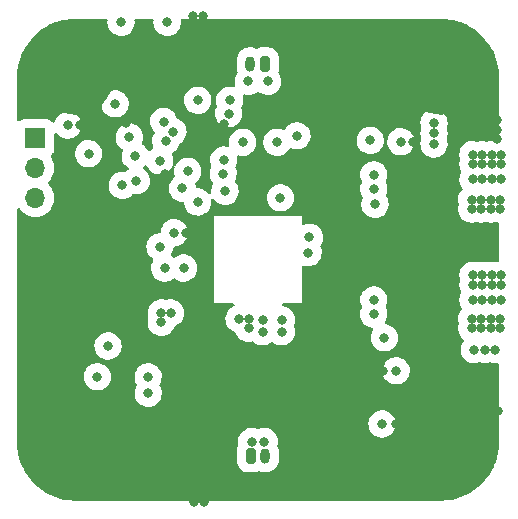
<source format=gbr>
%TF.GenerationSoftware,KiCad,Pcbnew,(6.0.6)*%
%TF.CreationDate,2023-03-01T01:58:38-05:00*%
%TF.ProjectId,Driver-Board,44726976-6572-42d4-926f-6172642e6b69,rev?*%
%TF.SameCoordinates,Original*%
%TF.FileFunction,Copper,L3,Inr*%
%TF.FilePolarity,Positive*%
%FSLAX46Y46*%
G04 Gerber Fmt 4.6, Leading zero omitted, Abs format (unit mm)*
G04 Created by KiCad (PCBNEW (6.0.6)) date 2023-03-01 01:58:38*
%MOMM*%
%LPD*%
G01*
G04 APERTURE LIST*
G04 Aperture macros list*
%AMRoundRect*
0 Rectangle with rounded corners*
0 $1 Rounding radius*
0 $2 $3 $4 $5 $6 $7 $8 $9 X,Y pos of 4 corners*
0 Add a 4 corners polygon primitive as box body*
4,1,4,$2,$3,$4,$5,$6,$7,$8,$9,$2,$3,0*
0 Add four circle primitives for the rounded corners*
1,1,$1+$1,$2,$3*
1,1,$1+$1,$4,$5*
1,1,$1+$1,$6,$7*
1,1,$1+$1,$8,$9*
0 Add four rect primitives between the rounded corners*
20,1,$1+$1,$2,$3,$4,$5,0*
20,1,$1+$1,$4,$5,$6,$7,0*
20,1,$1+$1,$6,$7,$8,$9,0*
20,1,$1+$1,$8,$9,$2,$3,0*%
G04 Aperture macros list end*
%TA.AperFunction,ComponentPad*%
%ADD10RoundRect,0.200000X0.200000X0.450000X-0.200000X0.450000X-0.200000X-0.450000X0.200000X-0.450000X0*%
%TD*%
%TA.AperFunction,ComponentPad*%
%ADD11O,0.800000X1.300000*%
%TD*%
%TA.AperFunction,ComponentPad*%
%ADD12C,0.800000*%
%TD*%
%TA.AperFunction,ComponentPad*%
%ADD13C,6.400000*%
%TD*%
%TA.AperFunction,ComponentPad*%
%ADD14RoundRect,0.200000X-0.200000X-0.450000X0.200000X-0.450000X0.200000X0.450000X-0.200000X0.450000X0*%
%TD*%
%TA.AperFunction,ComponentPad*%
%ADD15R,1.700000X1.700000*%
%TD*%
%TA.AperFunction,ComponentPad*%
%ADD16O,1.700000X1.700000*%
%TD*%
%TA.AperFunction,ViaPad*%
%ADD17C,0.800000*%
%TD*%
G04 APERTURE END LIST*
D10*
%TO.N,CAN-*%
%TO.C,J3*%
X82700000Y-73000000D03*
D11*
%TO.N,CAN+*%
X81450000Y-73000000D03*
%TD*%
D12*
%TO.N,GND*%
%TO.C,H2*%
X100000000Y-105100000D03*
X99297056Y-103402944D03*
X97600000Y-107500000D03*
X95902944Y-106797056D03*
D13*
X97600000Y-105100000D03*
D12*
X95200000Y-105100000D03*
X95902944Y-103402944D03*
X99297056Y-106797056D03*
X97600000Y-102700000D03*
%TD*%
D11*
%TO.N,CAN-*%
%TO.C,J2*%
X82725000Y-106200000D03*
D14*
%TO.N,CAN+*%
X81475000Y-106200000D03*
%TD*%
D12*
%TO.N,GND*%
%TO.C,H1*%
X68900000Y-105100000D03*
X64802944Y-103402944D03*
X64100000Y-105100000D03*
X66500000Y-107500000D03*
X64802944Y-106797056D03*
X68197056Y-103402944D03*
X66500000Y-102700000D03*
X68197056Y-106797056D03*
D13*
X66500000Y-105100000D03*
%TD*%
D12*
%TO.N,GND*%
%TO.C,H4*%
X95902944Y-75797056D03*
X99297056Y-72402944D03*
X97600000Y-76500000D03*
X97600000Y-71700000D03*
X100000000Y-74100000D03*
X95200000Y-74100000D03*
D13*
X97600000Y-74100000D03*
D12*
X99297056Y-75797056D03*
X95902944Y-72402944D03*
%TD*%
D15*
%TO.N,+3.3V*%
%TO.C,J1*%
X63250000Y-79280000D03*
D16*
%TO.N,Net-(J1-Pad2)*%
X63250000Y-81820000D03*
%TO.N,Net-(J1-Pad3)*%
X63250000Y-84360000D03*
%TO.N,GND*%
X63250000Y-86900000D03*
%TD*%
D12*
%TO.N,GND*%
%TO.C,H3*%
X64902944Y-75797056D03*
X68297056Y-72402944D03*
X69000000Y-74100000D03*
X64902944Y-72402944D03*
D13*
X66600000Y-74100000D03*
D12*
X64200000Y-74100000D03*
X68297056Y-75797056D03*
X66600000Y-71700000D03*
X66600000Y-76500000D03*
%TD*%
D17*
%TO.N,GND*%
X100800000Y-102400000D03*
X101600000Y-102400000D03*
X102300000Y-79400000D03*
X102300000Y-77800000D03*
X102300000Y-78600000D03*
X102400000Y-102400000D03*
%TO.N,+3.3V*%
X83700000Y-79649000D03*
%TO.N,Net-(R16-Pad1)*%
X97000000Y-79800000D03*
X97000000Y-78900000D03*
X97000000Y-78000000D03*
%TO.N,Net-(R15-Pad1)*%
X100406261Y-97207182D03*
X101300000Y-97200000D03*
X102200000Y-97200000D03*
%TO.N,Net-(R16-Pad1)*%
X100300000Y-82800000D03*
X101100000Y-82800000D03*
X101900000Y-82800000D03*
X102700000Y-82800000D03*
%TO.N,Net-(R15-Pad1)*%
X102700000Y-93000000D03*
X101900000Y-93000000D03*
X101100000Y-93000000D03*
X100300000Y-93000000D03*
%TO.N,B-_OUT*%
X101100000Y-81500000D03*
X101100000Y-80700000D03*
X101900000Y-81500000D03*
X102700000Y-80700000D03*
X101900000Y-80700000D03*
X102700000Y-81500000D03*
X100300000Y-81500000D03*
X100300000Y-80700000D03*
%TO.N,GND*%
X76600000Y-69000000D03*
X76600000Y-71400000D03*
X67300000Y-87200000D03*
X77500000Y-108500000D03*
X74800000Y-72800000D03*
X67200000Y-84400000D03*
X78100000Y-74400000D03*
X76000000Y-87300000D03*
X77489270Y-97532190D03*
X70000000Y-71500000D03*
X93800000Y-103500000D03*
X66999503Y-78200000D03*
X77100000Y-94800000D03*
X76200000Y-101200000D03*
X68000000Y-90500000D03*
X78700000Y-75000000D03*
X76700000Y-108500000D03*
X69800000Y-94400000D03*
X76600000Y-70600000D03*
X96600000Y-94300000D03*
X77400000Y-69000000D03*
X76600000Y-69800000D03*
X76000000Y-95100000D03*
X95200000Y-92900000D03*
X87400000Y-101700000D03*
X72400000Y-103100000D03*
X71458782Y-86724500D03*
X74000000Y-97600000D03*
X79186554Y-78127286D03*
X76700000Y-107700000D03*
X77500000Y-107700000D03*
X69200000Y-91700000D03*
X69400000Y-102000000D03*
X86400000Y-91800000D03*
X86400000Y-85200000D03*
X76700000Y-109300000D03*
X62550000Y-89600000D03*
X74228200Y-82300000D03*
X85600000Y-74700000D03*
X76700000Y-110100000D03*
X69800000Y-93000000D03*
X71100000Y-102100000D03*
X77500000Y-109300000D03*
X95200000Y-79600000D03*
X96700000Y-83700000D03*
X95200000Y-94300000D03*
X66000000Y-83100000D03*
X95300000Y-83700000D03*
X96600000Y-92900000D03*
X62600000Y-99500000D03*
X77400000Y-69800000D03*
X77400000Y-71400000D03*
X77400000Y-70600000D03*
X95900000Y-93600000D03*
X67912299Y-83412299D03*
X96700000Y-82300000D03*
X70950500Y-78000000D03*
X81400000Y-84350500D03*
X92700000Y-99000000D03*
X91400000Y-77800000D03*
X96000000Y-83000000D03*
X95300000Y-82300000D03*
X81400000Y-101500000D03*
X72500000Y-90700000D03*
X77500000Y-110100000D03*
%TO.N,+3.3V*%
X86450000Y-87700000D03*
X70000000Y-76400000D03*
X73900000Y-94100000D03*
X74700000Y-94100000D03*
X70500000Y-69500000D03*
X70600000Y-83300000D03*
X66000000Y-78200000D03*
X73900000Y-94900000D03*
X86350000Y-89000000D03*
X73800000Y-88500000D03*
X79700000Y-76100000D03*
X75000000Y-87300000D03*
%TO.N,I2C1_SDA*%
X71800000Y-82900000D03*
X74200000Y-90300000D03*
%TO.N,B_CURRENT*%
X94200000Y-79600000D03*
X92000000Y-84900000D03*
%TO.N,B_CURRENT_PWM*%
X75700000Y-83550000D03*
X91600000Y-79500000D03*
%TO.N,A_CURRENT*%
X93800000Y-99000000D03*
X92800000Y-96200000D03*
%TO.N,A_CURRENT_PWM*%
X92600000Y-103500000D03*
X77000000Y-84700000D03*
%TO.N,+5V*%
X72800000Y-100900000D03*
X81300000Y-94600000D03*
X84000000Y-84350500D03*
X84100000Y-95700000D03*
X82500000Y-95700000D03*
X69400000Y-96900000D03*
X80500000Y-94600000D03*
X84100000Y-94700000D03*
X72800000Y-99500000D03*
X81300000Y-95400000D03*
X82500000Y-94700000D03*
X68500000Y-99500000D03*
%TO.N,I2C1_SCL*%
X75800000Y-90300000D03*
X71700000Y-80800000D03*
%TO.N,SWDIO*%
X71200000Y-79200000D03*
X67773910Y-80614425D03*
%TO.N,CAN_TX*%
X73774862Y-81200000D03*
X80800000Y-79649000D03*
%TO.N,CAN_RX*%
X85400000Y-79100000D03*
X74277527Y-79566580D03*
%TO.N,CAN_SILENT*%
X74901731Y-78747418D03*
X79628372Y-77230736D03*
%TO.N,ENC_DIR*%
X74100000Y-77900000D03*
%TO.N,A-*%
X91900000Y-93000000D03*
X76150000Y-82100000D03*
%TO.N,A+*%
X79300000Y-83800000D03*
X91900000Y-94200000D03*
%TO.N,A+_OUT*%
X102600000Y-95400000D03*
X102600000Y-94600000D03*
X100200000Y-94600000D03*
X101800000Y-94600000D03*
X101000000Y-94600000D03*
X101800000Y-95400000D03*
X100200000Y-95400000D03*
X101000000Y-95400000D03*
%TO.N,A-_OUT*%
X102700000Y-91700000D03*
X102700000Y-90900000D03*
X101100000Y-90900000D03*
X101100000Y-91700000D03*
X100300000Y-90900000D03*
X101900000Y-90900000D03*
X100300000Y-91700000D03*
X101900000Y-91700000D03*
%TO.N,B-*%
X79200000Y-81150000D03*
X91900000Y-82400000D03*
%TO.N,B+*%
X91900000Y-83620023D03*
X79150000Y-82300000D03*
%TO.N,B+_OUT*%
X101800000Y-85300000D03*
X100200000Y-84500000D03*
X100200000Y-85300000D03*
X102600000Y-84500000D03*
X102600000Y-85300000D03*
X101800000Y-84500000D03*
X101000000Y-85300000D03*
X101000000Y-84500000D03*
%TO.N,LED*%
X74400000Y-69500000D03*
X77000000Y-76100000D03*
%TO.N,CAN-*%
X82925000Y-74500000D03*
X82625000Y-104993422D03*
%TO.N,CAN+*%
X81575000Y-104993422D03*
X81275000Y-74500000D03*
%TD*%
%TA.AperFunction,Conductor*%
%TO.N,GND*%
G36*
X69303163Y-69220502D02*
G01*
X69349656Y-69274158D01*
X69360169Y-69341309D01*
X69345646Y-69464017D01*
X69344967Y-69469754D01*
X69358796Y-69680749D01*
X69360217Y-69686345D01*
X69360218Y-69686350D01*
X69382784Y-69775200D01*
X69410845Y-69885690D01*
X69499369Y-70077714D01*
X69621405Y-70250391D01*
X69625539Y-70254418D01*
X69720336Y-70346765D01*
X69772865Y-70397937D01*
X69777661Y-70401142D01*
X69777664Y-70401144D01*
X69913561Y-70491947D01*
X69948677Y-70515411D01*
X69953985Y-70517692D01*
X69953986Y-70517692D01*
X70137650Y-70596600D01*
X70137653Y-70596601D01*
X70142953Y-70598878D01*
X70148582Y-70600152D01*
X70148583Y-70600152D01*
X70343550Y-70644269D01*
X70343553Y-70644269D01*
X70349186Y-70645544D01*
X70354957Y-70645771D01*
X70354959Y-70645771D01*
X70416989Y-70648208D01*
X70560470Y-70653846D01*
X70566179Y-70653018D01*
X70566183Y-70653018D01*
X70764015Y-70624333D01*
X70764019Y-70624332D01*
X70769730Y-70623504D01*
X70848987Y-70596600D01*
X70964483Y-70557395D01*
X70964488Y-70557393D01*
X70969955Y-70555537D01*
X70974998Y-70552713D01*
X71149395Y-70455046D01*
X71149399Y-70455043D01*
X71154442Y-70452219D01*
X71317012Y-70317012D01*
X71452219Y-70154442D01*
X71455043Y-70149399D01*
X71455046Y-70149395D01*
X71552713Y-69974998D01*
X71552714Y-69974996D01*
X71555537Y-69969955D01*
X71557393Y-69964488D01*
X71557395Y-69964483D01*
X71621647Y-69775200D01*
X71623504Y-69769730D01*
X71639481Y-69659545D01*
X71653314Y-69564140D01*
X71653314Y-69564138D01*
X71653846Y-69560470D01*
X71655429Y-69500000D01*
X71643249Y-69367446D01*
X71640546Y-69338029D01*
X71654231Y-69268364D01*
X71703407Y-69217157D01*
X71766017Y-69200500D01*
X73135042Y-69200500D01*
X73203163Y-69220502D01*
X73249656Y-69274158D01*
X73260169Y-69341309D01*
X73245646Y-69464017D01*
X73244967Y-69469754D01*
X73258796Y-69680749D01*
X73260217Y-69686345D01*
X73260218Y-69686350D01*
X73282784Y-69775200D01*
X73310845Y-69885690D01*
X73399369Y-70077714D01*
X73521405Y-70250391D01*
X73525539Y-70254418D01*
X73620336Y-70346765D01*
X73672865Y-70397937D01*
X73677661Y-70401142D01*
X73677664Y-70401144D01*
X73813561Y-70491947D01*
X73848677Y-70515411D01*
X73853985Y-70517692D01*
X73853986Y-70517692D01*
X74037650Y-70596600D01*
X74037653Y-70596601D01*
X74042953Y-70598878D01*
X74048582Y-70600152D01*
X74048583Y-70600152D01*
X74243550Y-70644269D01*
X74243553Y-70644269D01*
X74249186Y-70645544D01*
X74254957Y-70645771D01*
X74254959Y-70645771D01*
X74316989Y-70648208D01*
X74460470Y-70653846D01*
X74466179Y-70653018D01*
X74466183Y-70653018D01*
X74664015Y-70624333D01*
X74664019Y-70624332D01*
X74669730Y-70623504D01*
X74748987Y-70596600D01*
X74864483Y-70557395D01*
X74864488Y-70557393D01*
X74869955Y-70555537D01*
X74874998Y-70552713D01*
X75049395Y-70455046D01*
X75049399Y-70455043D01*
X75054442Y-70452219D01*
X75217012Y-70317012D01*
X75352219Y-70154442D01*
X75355043Y-70149399D01*
X75355046Y-70149395D01*
X75452713Y-69974998D01*
X75452714Y-69974996D01*
X75455537Y-69969955D01*
X75457393Y-69964488D01*
X75457395Y-69964483D01*
X75521647Y-69775200D01*
X75523504Y-69769730D01*
X75539481Y-69659545D01*
X75553314Y-69564140D01*
X75553314Y-69564138D01*
X75553846Y-69560470D01*
X75555429Y-69500000D01*
X75543249Y-69367446D01*
X75540546Y-69338029D01*
X75554231Y-69268364D01*
X75603407Y-69217157D01*
X75666017Y-69200500D01*
X97544517Y-69200500D01*
X97560307Y-69201493D01*
X97589455Y-69205175D01*
X97596462Y-69204488D01*
X97596464Y-69204488D01*
X97603795Y-69203769D01*
X97616822Y-69202492D01*
X97634606Y-69202011D01*
X98021525Y-69218904D01*
X98032473Y-69219862D01*
X98445346Y-69274217D01*
X98456154Y-69276123D01*
X98750188Y-69341309D01*
X98862712Y-69366255D01*
X98873329Y-69369100D01*
X99270484Y-69494323D01*
X99280798Y-69498076D01*
X99665551Y-69657446D01*
X99675486Y-69662079D01*
X100044878Y-69854373D01*
X100054387Y-69859863D01*
X100405593Y-70083606D01*
X100414597Y-70089910D01*
X100715374Y-70320703D01*
X100744979Y-70343420D01*
X100753396Y-70350484D01*
X101049320Y-70621647D01*
X101060414Y-70631813D01*
X101068183Y-70639582D01*
X101081254Y-70653846D01*
X101349514Y-70946601D01*
X101356580Y-70955021D01*
X101610090Y-71285403D01*
X101616394Y-71294407D01*
X101840137Y-71645613D01*
X101845627Y-71655122D01*
X102037921Y-72024514D01*
X102042554Y-72034449D01*
X102186023Y-72380813D01*
X102201921Y-72419194D01*
X102205677Y-72429516D01*
X102330900Y-72826670D01*
X102333745Y-72837288D01*
X102423875Y-73243837D01*
X102425783Y-73254654D01*
X102478950Y-73658502D01*
X102480138Y-73667526D01*
X102481096Y-73678475D01*
X102483732Y-73738840D01*
X102497491Y-74053978D01*
X102496617Y-74075269D01*
X102494825Y-74089455D01*
X102495512Y-74096462D01*
X102495512Y-74096465D01*
X102498899Y-74131005D01*
X102499500Y-74143300D01*
X102499500Y-79461400D01*
X102479498Y-79529521D01*
X102425842Y-79576014D01*
X102406389Y-79583007D01*
X102400953Y-79583941D01*
X102395528Y-79585942D01*
X102395522Y-79585944D01*
X102345860Y-79604265D01*
X102275026Y-79609077D01*
X102255562Y-79603084D01*
X102247831Y-79600000D01*
X102228160Y-79592152D01*
X102222503Y-79591027D01*
X102222497Y-79591025D01*
X102026442Y-79552028D01*
X102026440Y-79552028D01*
X102020775Y-79550901D01*
X102015000Y-79550825D01*
X102014996Y-79550825D01*
X101908976Y-79549437D01*
X101809346Y-79548133D01*
X101803649Y-79549112D01*
X101803648Y-79549112D01*
X101606650Y-79582962D01*
X101606649Y-79582962D01*
X101600953Y-79583941D01*
X101595527Y-79585943D01*
X101595526Y-79585943D01*
X101545860Y-79604265D01*
X101475026Y-79609077D01*
X101455562Y-79603084D01*
X101447831Y-79600000D01*
X101428160Y-79592152D01*
X101422503Y-79591027D01*
X101422497Y-79591025D01*
X101226442Y-79552028D01*
X101226440Y-79552028D01*
X101220775Y-79550901D01*
X101215000Y-79550825D01*
X101214996Y-79550825D01*
X101108976Y-79549437D01*
X101009346Y-79548133D01*
X101003649Y-79549112D01*
X101003648Y-79549112D01*
X100806650Y-79582962D01*
X100806649Y-79582962D01*
X100800953Y-79583941D01*
X100795527Y-79585943D01*
X100795526Y-79585943D01*
X100745860Y-79604265D01*
X100675026Y-79609077D01*
X100655562Y-79603084D01*
X100647831Y-79600000D01*
X100628160Y-79592152D01*
X100622503Y-79591027D01*
X100622497Y-79591025D01*
X100426442Y-79552028D01*
X100426440Y-79552028D01*
X100420775Y-79550901D01*
X100415000Y-79550825D01*
X100414996Y-79550825D01*
X100308976Y-79549437D01*
X100209346Y-79548133D01*
X100203649Y-79549112D01*
X100203648Y-79549112D01*
X100006650Y-79582962D01*
X100006649Y-79582962D01*
X100000953Y-79583941D01*
X99802575Y-79657127D01*
X99797614Y-79660079D01*
X99797613Y-79660079D01*
X99639003Y-79754442D01*
X99620856Y-79765238D01*
X99461881Y-79904655D01*
X99330976Y-80070708D01*
X99328287Y-80075819D01*
X99328285Y-80075822D01*
X99236964Y-80249395D01*
X99232523Y-80257836D01*
X99169820Y-80459773D01*
X99144967Y-80669754D01*
X99158796Y-80880749D01*
X99160219Y-80886350D01*
X99160219Y-80886353D01*
X99207959Y-81074329D01*
X99206169Y-81142708D01*
X99191195Y-81190933D01*
X99169820Y-81259773D01*
X99144967Y-81469754D01*
X99158796Y-81680749D01*
X99160217Y-81686345D01*
X99160218Y-81686350D01*
X99195414Y-81824930D01*
X99210845Y-81885690D01*
X99299369Y-82077714D01*
X99302702Y-82082430D01*
X99305591Y-82087434D01*
X99303862Y-82088432D01*
X99323953Y-82147151D01*
X99309583Y-82211369D01*
X99304063Y-82221862D01*
X99238871Y-82345771D01*
X99232523Y-82357836D01*
X99192618Y-82486350D01*
X99171899Y-82553079D01*
X99169820Y-82559773D01*
X99144967Y-82769754D01*
X99152352Y-82882430D01*
X99157823Y-82965896D01*
X99158796Y-82980749D01*
X99160217Y-82986345D01*
X99160218Y-82986350D01*
X99198208Y-83135931D01*
X99210845Y-83185690D01*
X99213262Y-83190933D01*
X99287848Y-83352724D01*
X99299369Y-83377714D01*
X99368111Y-83474982D01*
X99400459Y-83520753D01*
X99423440Y-83587927D01*
X99406456Y-83656862D01*
X99380643Y-83688201D01*
X99361881Y-83704655D01*
X99230976Y-83870708D01*
X99228287Y-83875819D01*
X99228285Y-83875822D01*
X99138487Y-84046500D01*
X99132523Y-84057836D01*
X99069820Y-84259773D01*
X99044967Y-84469754D01*
X99058796Y-84680749D01*
X99060219Y-84686350D01*
X99060219Y-84686353D01*
X99107959Y-84874329D01*
X99106169Y-84942708D01*
X99097779Y-84969730D01*
X99069820Y-85059773D01*
X99044967Y-85269754D01*
X99058796Y-85480749D01*
X99060217Y-85486345D01*
X99060218Y-85486350D01*
X99088558Y-85597937D01*
X99110845Y-85685690D01*
X99113262Y-85690933D01*
X99125285Y-85717012D01*
X99199369Y-85877714D01*
X99321405Y-86050391D01*
X99325539Y-86054418D01*
X99466927Y-86192152D01*
X99472865Y-86197937D01*
X99477661Y-86201142D01*
X99477664Y-86201144D01*
X99620936Y-86296875D01*
X99648677Y-86315411D01*
X99653985Y-86317692D01*
X99653986Y-86317692D01*
X99837650Y-86396600D01*
X99837653Y-86396601D01*
X99842953Y-86398878D01*
X99848582Y-86400152D01*
X99848583Y-86400152D01*
X100043550Y-86444269D01*
X100043553Y-86444269D01*
X100049186Y-86445544D01*
X100054957Y-86445771D01*
X100054959Y-86445771D01*
X100116989Y-86448208D01*
X100260470Y-86453846D01*
X100266179Y-86453018D01*
X100266183Y-86453018D01*
X100464015Y-86424333D01*
X100464019Y-86424332D01*
X100469730Y-86423504D01*
X100538521Y-86400153D01*
X100552717Y-86395334D01*
X100623652Y-86392378D01*
X100632152Y-86394813D01*
X100637645Y-86396598D01*
X100642953Y-86398878D01*
X100743577Y-86421647D01*
X100843550Y-86444269D01*
X100843553Y-86444269D01*
X100849186Y-86445544D01*
X100854957Y-86445771D01*
X100854959Y-86445771D01*
X100916989Y-86448208D01*
X101060470Y-86453846D01*
X101066179Y-86453018D01*
X101066183Y-86453018D01*
X101264015Y-86424333D01*
X101264019Y-86424332D01*
X101269730Y-86423504D01*
X101338521Y-86400153D01*
X101352717Y-86395334D01*
X101423652Y-86392378D01*
X101432152Y-86394813D01*
X101437645Y-86396598D01*
X101442953Y-86398878D01*
X101543577Y-86421647D01*
X101643550Y-86444269D01*
X101643553Y-86444269D01*
X101649186Y-86445544D01*
X101654957Y-86445771D01*
X101654959Y-86445771D01*
X101716989Y-86448208D01*
X101860470Y-86453846D01*
X101866179Y-86453018D01*
X101866183Y-86453018D01*
X102064015Y-86424333D01*
X102064019Y-86424332D01*
X102069730Y-86423504D01*
X102138521Y-86400153D01*
X102152717Y-86395334D01*
X102223652Y-86392378D01*
X102232152Y-86394813D01*
X102237645Y-86396598D01*
X102242953Y-86398878D01*
X102401309Y-86434710D01*
X102463334Y-86469253D01*
X102496839Y-86531846D01*
X102499500Y-86557603D01*
X102499500Y-89661400D01*
X102479498Y-89729521D01*
X102425842Y-89776014D01*
X102406389Y-89783007D01*
X102400953Y-89783941D01*
X102395528Y-89785942D01*
X102395522Y-89785944D01*
X102345860Y-89804265D01*
X102275026Y-89809077D01*
X102255562Y-89803084D01*
X102249421Y-89800634D01*
X102228160Y-89792152D01*
X102222503Y-89791027D01*
X102222497Y-89791025D01*
X102026442Y-89752028D01*
X102026440Y-89752028D01*
X102020775Y-89750901D01*
X102015000Y-89750825D01*
X102014996Y-89750825D01*
X101908976Y-89749437D01*
X101809346Y-89748133D01*
X101803649Y-89749112D01*
X101803648Y-89749112D01*
X101606650Y-89782962D01*
X101606649Y-89782962D01*
X101600953Y-89783941D01*
X101595527Y-89785943D01*
X101595526Y-89785943D01*
X101545860Y-89804265D01*
X101475026Y-89809077D01*
X101455562Y-89803084D01*
X101449421Y-89800634D01*
X101428160Y-89792152D01*
X101422503Y-89791027D01*
X101422497Y-89791025D01*
X101226442Y-89752028D01*
X101226440Y-89752028D01*
X101220775Y-89750901D01*
X101215000Y-89750825D01*
X101214996Y-89750825D01*
X101108976Y-89749437D01*
X101009346Y-89748133D01*
X101003649Y-89749112D01*
X101003648Y-89749112D01*
X100806650Y-89782962D01*
X100806649Y-89782962D01*
X100800953Y-89783941D01*
X100795527Y-89785943D01*
X100795526Y-89785943D01*
X100745860Y-89804265D01*
X100675026Y-89809077D01*
X100655562Y-89803084D01*
X100649421Y-89800634D01*
X100628160Y-89792152D01*
X100622503Y-89791027D01*
X100622497Y-89791025D01*
X100426442Y-89752028D01*
X100426440Y-89752028D01*
X100420775Y-89750901D01*
X100415000Y-89750825D01*
X100414996Y-89750825D01*
X100308976Y-89749437D01*
X100209346Y-89748133D01*
X100203649Y-89749112D01*
X100203648Y-89749112D01*
X100006650Y-89782962D01*
X100006649Y-89782962D01*
X100000953Y-89783941D01*
X99802575Y-89857127D01*
X99797614Y-89860079D01*
X99797613Y-89860079D01*
X99754160Y-89885931D01*
X99620856Y-89965238D01*
X99461881Y-90104655D01*
X99330976Y-90270708D01*
X99328287Y-90275819D01*
X99328285Y-90275822D01*
X99313616Y-90303704D01*
X99232523Y-90457836D01*
X99169820Y-90659773D01*
X99144967Y-90869754D01*
X99158796Y-91080749D01*
X99160219Y-91086350D01*
X99160219Y-91086353D01*
X99207959Y-91274329D01*
X99206169Y-91342708D01*
X99181658Y-91421647D01*
X99169820Y-91459773D01*
X99144967Y-91669754D01*
X99158796Y-91880749D01*
X99160217Y-91886345D01*
X99160218Y-91886350D01*
X99205651Y-92065238D01*
X99210845Y-92085690D01*
X99299369Y-92277714D01*
X99302702Y-92282430D01*
X99305591Y-92287434D01*
X99303862Y-92288432D01*
X99323953Y-92347151D01*
X99309583Y-92411369D01*
X99232523Y-92557836D01*
X99169820Y-92759773D01*
X99144967Y-92969754D01*
X99158796Y-93180749D01*
X99160217Y-93186345D01*
X99160218Y-93186350D01*
X99187946Y-93295525D01*
X99210845Y-93385690D01*
X99213262Y-93390933D01*
X99283924Y-93544212D01*
X99299369Y-93577714D01*
X99302702Y-93582430D01*
X99359186Y-93662354D01*
X99382167Y-93729529D01*
X99365182Y-93798464D01*
X99355239Y-93813079D01*
X99234556Y-93966165D01*
X99234549Y-93966175D01*
X99230976Y-93970708D01*
X99228287Y-93975819D01*
X99228285Y-93975822D01*
X99181883Y-94064019D01*
X99132523Y-94157836D01*
X99069820Y-94359773D01*
X99044967Y-94569754D01*
X99058796Y-94780749D01*
X99060219Y-94786350D01*
X99060219Y-94786353D01*
X99107959Y-94974329D01*
X99106169Y-95042708D01*
X99072012Y-95152713D01*
X99069820Y-95159773D01*
X99044967Y-95369754D01*
X99058796Y-95580749D01*
X99060217Y-95586345D01*
X99060218Y-95586350D01*
X99103498Y-95756763D01*
X99110845Y-95785690D01*
X99113262Y-95790933D01*
X99193743Y-95965510D01*
X99199369Y-95977714D01*
X99321405Y-96150391D01*
X99325539Y-96154418D01*
X99466424Y-96291662D01*
X99472865Y-96297937D01*
X99480748Y-96303204D01*
X99481877Y-96304555D01*
X99482156Y-96304781D01*
X99482112Y-96304836D01*
X99526275Y-96357678D01*
X99535124Y-96428121D01*
X99509696Y-96485974D01*
X99441333Y-96572694D01*
X99437237Y-96577890D01*
X99434548Y-96583001D01*
X99434546Y-96583004D01*
X99397059Y-96654256D01*
X99338784Y-96765018D01*
X99276081Y-96966955D01*
X99251228Y-97176936D01*
X99265057Y-97387931D01*
X99317106Y-97592872D01*
X99319523Y-97598115D01*
X99345479Y-97654418D01*
X99405630Y-97784896D01*
X99527666Y-97957573D01*
X99679126Y-98105119D01*
X99683922Y-98108324D01*
X99683925Y-98108326D01*
X99822397Y-98200850D01*
X99854938Y-98222593D01*
X99860246Y-98224874D01*
X99860247Y-98224874D01*
X100043911Y-98303782D01*
X100043914Y-98303783D01*
X100049214Y-98306060D01*
X100054843Y-98307334D01*
X100054844Y-98307334D01*
X100249811Y-98351451D01*
X100249814Y-98351451D01*
X100255447Y-98352726D01*
X100261218Y-98352953D01*
X100261220Y-98352953D01*
X100323250Y-98355390D01*
X100466731Y-98361028D01*
X100472440Y-98360200D01*
X100472444Y-98360200D01*
X100611210Y-98340079D01*
X100675991Y-98330686D01*
X100681452Y-98328832D01*
X100681457Y-98328831D01*
X100776413Y-98296597D01*
X100820681Y-98281570D01*
X100891615Y-98278614D01*
X100910921Y-98285116D01*
X100937642Y-98296597D01*
X100937650Y-98296599D01*
X100942953Y-98298878D01*
X101007122Y-98313398D01*
X101143550Y-98344269D01*
X101143553Y-98344269D01*
X101149186Y-98345544D01*
X101154957Y-98345771D01*
X101154959Y-98345771D01*
X101215075Y-98348133D01*
X101360470Y-98353846D01*
X101366179Y-98353018D01*
X101366183Y-98353018D01*
X101564015Y-98324333D01*
X101564019Y-98324332D01*
X101569730Y-98323504D01*
X101708580Y-98276371D01*
X101779514Y-98273415D01*
X101798817Y-98279916D01*
X101842953Y-98298878D01*
X101907122Y-98313398D01*
X102043550Y-98344269D01*
X102043553Y-98344269D01*
X102049186Y-98345544D01*
X102054957Y-98345771D01*
X102054959Y-98345771D01*
X102115075Y-98348133D01*
X102260470Y-98353846D01*
X102305731Y-98347283D01*
X102355420Y-98340079D01*
X102425706Y-98350099D01*
X102479417Y-98396528D01*
X102499500Y-98464775D01*
X102499500Y-105044517D01*
X102498507Y-105060307D01*
X102494825Y-105089455D01*
X102495512Y-105096462D01*
X102495512Y-105096464D01*
X102497508Y-105116817D01*
X102497989Y-105134606D01*
X102481096Y-105521524D01*
X102480138Y-105532473D01*
X102431851Y-105899257D01*
X102425784Y-105945338D01*
X102423875Y-105956163D01*
X102333745Y-106362712D01*
X102330900Y-106373329D01*
X102226349Y-106704924D01*
X102205680Y-106770477D01*
X102201924Y-106780798D01*
X102076405Y-107083829D01*
X102042558Y-107165542D01*
X102037921Y-107175486D01*
X101845627Y-107544878D01*
X101840137Y-107554387D01*
X101616394Y-107905593D01*
X101610090Y-107914597D01*
X101356580Y-108244979D01*
X101349514Y-108253399D01*
X101068187Y-108560414D01*
X101060414Y-108568187D01*
X100753399Y-108849514D01*
X100744979Y-108856580D01*
X100414597Y-109110090D01*
X100405593Y-109116394D01*
X100054387Y-109340137D01*
X100044878Y-109345627D01*
X99675486Y-109537921D01*
X99665551Y-109542554D01*
X99280798Y-109701924D01*
X99270484Y-109705677D01*
X98986613Y-109795182D01*
X98873330Y-109830900D01*
X98862713Y-109833745D01*
X98456154Y-109923877D01*
X98445346Y-109925783D01*
X98032474Y-109980138D01*
X98021525Y-109981096D01*
X97646017Y-109997491D01*
X97624731Y-109996617D01*
X97617535Y-109995708D01*
X97610545Y-109994825D01*
X97603538Y-109995512D01*
X97603535Y-109995512D01*
X97568995Y-109998899D01*
X97556700Y-109999500D01*
X66655483Y-109999500D01*
X66639692Y-109998507D01*
X66638671Y-109998378D01*
X66610545Y-109994825D01*
X66603538Y-109995512D01*
X66603536Y-109995512D01*
X66596205Y-109996231D01*
X66583178Y-109997508D01*
X66565394Y-109997989D01*
X66178475Y-109981096D01*
X66167526Y-109980138D01*
X65754654Y-109925783D01*
X65743846Y-109923877D01*
X65337287Y-109833745D01*
X65326670Y-109830900D01*
X65213387Y-109795182D01*
X64929516Y-109705677D01*
X64919202Y-109701924D01*
X64534449Y-109542554D01*
X64524514Y-109537921D01*
X64155122Y-109345627D01*
X64145613Y-109340137D01*
X63794407Y-109116394D01*
X63785403Y-109110090D01*
X63455021Y-108856580D01*
X63446601Y-108849514D01*
X63139586Y-108568187D01*
X63131813Y-108560414D01*
X62850486Y-108253399D01*
X62843420Y-108244979D01*
X62589910Y-107914597D01*
X62583606Y-107905593D01*
X62359863Y-107554387D01*
X62354373Y-107544878D01*
X62162079Y-107175486D01*
X62157442Y-107165542D01*
X62123596Y-107083829D01*
X61998076Y-106780798D01*
X61994320Y-106770477D01*
X61973652Y-106704924D01*
X80324500Y-106704924D01*
X80334698Y-106819187D01*
X80336351Y-106824951D01*
X80383076Y-106987901D01*
X80387923Y-107004806D01*
X80477385Y-107175930D01*
X80481414Y-107180870D01*
X80481416Y-107180873D01*
X80595400Y-107320631D01*
X80599429Y-107325571D01*
X80604369Y-107329600D01*
X80739736Y-107440002D01*
X80749070Y-107447615D01*
X80920194Y-107537077D01*
X80926322Y-107538834D01*
X80926324Y-107538835D01*
X80996562Y-107558975D01*
X81105813Y-107590302D01*
X81138096Y-107593183D01*
X81217283Y-107600251D01*
X81217289Y-107600251D01*
X81220076Y-107600500D01*
X81729924Y-107600500D01*
X81732711Y-107600251D01*
X81732717Y-107600251D01*
X81811904Y-107593183D01*
X81844187Y-107590302D01*
X82029806Y-107537077D01*
X82093662Y-107503694D01*
X82114835Y-107492625D01*
X82184471Y-107478791D01*
X82219900Y-107487257D01*
X82349183Y-107538835D01*
X82396840Y-107557848D01*
X82402497Y-107558973D01*
X82402503Y-107558975D01*
X82598558Y-107597972D01*
X82598560Y-107597972D01*
X82604225Y-107599099D01*
X82610000Y-107599175D01*
X82610004Y-107599175D01*
X82716024Y-107600563D01*
X82815654Y-107601867D01*
X82831321Y-107599175D01*
X83018350Y-107567038D01*
X83018351Y-107567038D01*
X83024047Y-107566059D01*
X83222425Y-107492873D01*
X83231865Y-107487257D01*
X83399179Y-107387716D01*
X83399180Y-107387715D01*
X83404144Y-107384762D01*
X83563119Y-107245345D01*
X83694024Y-107079292D01*
X83730242Y-107010454D01*
X83789785Y-106897280D01*
X83792477Y-106892164D01*
X83849749Y-106707717D01*
X83853467Y-106695744D01*
X83853467Y-106695743D01*
X83855180Y-106690227D01*
X83856887Y-106675801D01*
X83875064Y-106522232D01*
X83875064Y-106522225D01*
X83875500Y-106518545D01*
X83875500Y-105896359D01*
X83861081Y-105739440D01*
X83849360Y-105697878D01*
X83805255Y-105541495D01*
X83803686Y-105535931D01*
X83739241Y-105405249D01*
X83727051Y-105335308D01*
X83732932Y-105309026D01*
X83748504Y-105263152D01*
X83762243Y-105168403D01*
X83778314Y-105057562D01*
X83778314Y-105057560D01*
X83778846Y-105053892D01*
X83780429Y-104993422D01*
X83761081Y-104782862D01*
X83703686Y-104579353D01*
X83692858Y-104557395D01*
X83612719Y-104394891D01*
X83610165Y-104389712D01*
X83483651Y-104220289D01*
X83328381Y-104076759D01*
X83149554Y-103963927D01*
X82953160Y-103885574D01*
X82947503Y-103884449D01*
X82947497Y-103884447D01*
X82751442Y-103845450D01*
X82751440Y-103845450D01*
X82745775Y-103844323D01*
X82740000Y-103844247D01*
X82739996Y-103844247D01*
X82633976Y-103842859D01*
X82534346Y-103841555D01*
X82528649Y-103842534D01*
X82528648Y-103842534D01*
X82331650Y-103876384D01*
X82331649Y-103876384D01*
X82325953Y-103877363D01*
X82140971Y-103945607D01*
X82070139Y-103950419D01*
X82050674Y-103944426D01*
X81903160Y-103885574D01*
X81897503Y-103884449D01*
X81897497Y-103884447D01*
X81701442Y-103845450D01*
X81701440Y-103845450D01*
X81695775Y-103844323D01*
X81690000Y-103844247D01*
X81689996Y-103844247D01*
X81583976Y-103842859D01*
X81484346Y-103841555D01*
X81478649Y-103842534D01*
X81478648Y-103842534D01*
X81281650Y-103876384D01*
X81281649Y-103876384D01*
X81275953Y-103877363D01*
X81077575Y-103950549D01*
X81072614Y-103953501D01*
X81072613Y-103953501D01*
X81055089Y-103963927D01*
X80895856Y-104058660D01*
X80736881Y-104198077D01*
X80605976Y-104364130D01*
X80603287Y-104369241D01*
X80603285Y-104369244D01*
X80590308Y-104393910D01*
X80507523Y-104551258D01*
X80444820Y-104753195D01*
X80419967Y-104963176D01*
X80433796Y-105174171D01*
X80435218Y-105179770D01*
X80444718Y-105217175D01*
X80442100Y-105288124D01*
X80434256Y-105306567D01*
X80419231Y-105335308D01*
X80387923Y-105395194D01*
X80334698Y-105580813D01*
X80324500Y-105695076D01*
X80324500Y-106704924D01*
X61973652Y-106704924D01*
X61869100Y-106373329D01*
X61866255Y-106362712D01*
X61776125Y-105956163D01*
X61774216Y-105945338D01*
X61768150Y-105899257D01*
X61719862Y-105532473D01*
X61718904Y-105521524D01*
X61711784Y-105358442D01*
X61702763Y-105151841D01*
X61703870Y-105128805D01*
X61703912Y-105128507D01*
X61704955Y-105121088D01*
X61705249Y-105100000D01*
X61701285Y-105064659D01*
X61700500Y-105050615D01*
X61700500Y-103469754D01*
X91444967Y-103469754D01*
X91458796Y-103680749D01*
X91460217Y-103686345D01*
X91460218Y-103686350D01*
X91482784Y-103775200D01*
X91510845Y-103885690D01*
X91599369Y-104077714D01*
X91721405Y-104250391D01*
X91872865Y-104397937D01*
X91877661Y-104401142D01*
X91877664Y-104401144D01*
X92020936Y-104496875D01*
X92048677Y-104515411D01*
X92053985Y-104517692D01*
X92053986Y-104517692D01*
X92237650Y-104596600D01*
X92237653Y-104596601D01*
X92242953Y-104598878D01*
X92248582Y-104600152D01*
X92248583Y-104600152D01*
X92443550Y-104644269D01*
X92443553Y-104644269D01*
X92449186Y-104645544D01*
X92454957Y-104645771D01*
X92454959Y-104645771D01*
X92516989Y-104648208D01*
X92660470Y-104653846D01*
X92666179Y-104653018D01*
X92666183Y-104653018D01*
X92864015Y-104624333D01*
X92864019Y-104624332D01*
X92869730Y-104623504D01*
X92948987Y-104596600D01*
X93064483Y-104557395D01*
X93064488Y-104557393D01*
X93069955Y-104555537D01*
X93086731Y-104546142D01*
X93249395Y-104455046D01*
X93249399Y-104455043D01*
X93254442Y-104452219D01*
X93417012Y-104317012D01*
X93552219Y-104154442D01*
X93555043Y-104149399D01*
X93555046Y-104149395D01*
X93652713Y-103974998D01*
X93652714Y-103974996D01*
X93655537Y-103969955D01*
X93657393Y-103964488D01*
X93657395Y-103964483D01*
X93721647Y-103775200D01*
X93723504Y-103769730D01*
X93753846Y-103560470D01*
X93755429Y-103500000D01*
X93736081Y-103289440D01*
X93678686Y-103085931D01*
X93667553Y-103063354D01*
X93587719Y-102901469D01*
X93585165Y-102896290D01*
X93458651Y-102726867D01*
X93303381Y-102583337D01*
X93124554Y-102470505D01*
X92928160Y-102392152D01*
X92922503Y-102391027D01*
X92922497Y-102391025D01*
X92726442Y-102352028D01*
X92726440Y-102352028D01*
X92720775Y-102350901D01*
X92715000Y-102350825D01*
X92714996Y-102350825D01*
X92608976Y-102349437D01*
X92509346Y-102348133D01*
X92503649Y-102349112D01*
X92503648Y-102349112D01*
X92306650Y-102382962D01*
X92306649Y-102382962D01*
X92300953Y-102383941D01*
X92102575Y-102457127D01*
X92097614Y-102460079D01*
X92097613Y-102460079D01*
X92080089Y-102470505D01*
X91920856Y-102565238D01*
X91761881Y-102704655D01*
X91630976Y-102870708D01*
X91628287Y-102875819D01*
X91628285Y-102875822D01*
X91614792Y-102901469D01*
X91532523Y-103057836D01*
X91469820Y-103259773D01*
X91444967Y-103469754D01*
X61700500Y-103469754D01*
X61700500Y-100869754D01*
X71644967Y-100869754D01*
X71658796Y-101080749D01*
X71660217Y-101086345D01*
X71660218Y-101086350D01*
X71682784Y-101175200D01*
X71710845Y-101285690D01*
X71799369Y-101477714D01*
X71921405Y-101650391D01*
X72072865Y-101797937D01*
X72077661Y-101801142D01*
X72077664Y-101801144D01*
X72220936Y-101896875D01*
X72248677Y-101915411D01*
X72253985Y-101917692D01*
X72253986Y-101917692D01*
X72437650Y-101996600D01*
X72437653Y-101996601D01*
X72442953Y-101998878D01*
X72448582Y-102000152D01*
X72448583Y-102000152D01*
X72643550Y-102044269D01*
X72643553Y-102044269D01*
X72649186Y-102045544D01*
X72654957Y-102045771D01*
X72654959Y-102045771D01*
X72716989Y-102048208D01*
X72860470Y-102053846D01*
X72866179Y-102053018D01*
X72866183Y-102053018D01*
X73064015Y-102024333D01*
X73064019Y-102024332D01*
X73069730Y-102023504D01*
X73148987Y-101996600D01*
X73264483Y-101957395D01*
X73264488Y-101957393D01*
X73269955Y-101955537D01*
X73274998Y-101952713D01*
X73449395Y-101855046D01*
X73449399Y-101855043D01*
X73454442Y-101852219D01*
X73617012Y-101717012D01*
X73752219Y-101554442D01*
X73755043Y-101549399D01*
X73755046Y-101549395D01*
X73852713Y-101374998D01*
X73852714Y-101374996D01*
X73855537Y-101369955D01*
X73857393Y-101364488D01*
X73857395Y-101364483D01*
X73921647Y-101175200D01*
X73923504Y-101169730D01*
X73953846Y-100960470D01*
X73955429Y-100900000D01*
X73936081Y-100689440D01*
X73878686Y-100485931D01*
X73867553Y-100463354D01*
X73787719Y-100301469D01*
X73785165Y-100296290D01*
X73769901Y-100275849D01*
X73745170Y-100209299D01*
X73760926Y-100138895D01*
X73852713Y-99974998D01*
X73852714Y-99974996D01*
X73855537Y-99969955D01*
X73857393Y-99964488D01*
X73857395Y-99964483D01*
X73921647Y-99775200D01*
X73923504Y-99769730D01*
X73925725Y-99754418D01*
X73953314Y-99564140D01*
X73953314Y-99564138D01*
X73953846Y-99560470D01*
X73955429Y-99500000D01*
X73936081Y-99289440D01*
X73928911Y-99264015D01*
X73880255Y-99091496D01*
X73878686Y-99085931D01*
X73867553Y-99063354D01*
X73821394Y-98969754D01*
X92644967Y-98969754D01*
X92658796Y-99180749D01*
X92660217Y-99186345D01*
X92660218Y-99186350D01*
X92682784Y-99275200D01*
X92710845Y-99385690D01*
X92799369Y-99577714D01*
X92921405Y-99750391D01*
X93072865Y-99897937D01*
X93077661Y-99901142D01*
X93077664Y-99901144D01*
X93172458Y-99964483D01*
X93248677Y-100015411D01*
X93253985Y-100017692D01*
X93253986Y-100017692D01*
X93437650Y-100096600D01*
X93437653Y-100096601D01*
X93442953Y-100098878D01*
X93448582Y-100100152D01*
X93448583Y-100100152D01*
X93643550Y-100144269D01*
X93643553Y-100144269D01*
X93649186Y-100145544D01*
X93654957Y-100145771D01*
X93654959Y-100145771D01*
X93716989Y-100148208D01*
X93860470Y-100153846D01*
X93866179Y-100153018D01*
X93866183Y-100153018D01*
X94064015Y-100124333D01*
X94064019Y-100124332D01*
X94069730Y-100123504D01*
X94190731Y-100082430D01*
X94264483Y-100057395D01*
X94264488Y-100057393D01*
X94269955Y-100055537D01*
X94274998Y-100052713D01*
X94449395Y-99955046D01*
X94449399Y-99955043D01*
X94454442Y-99952219D01*
X94617012Y-99817012D01*
X94752219Y-99654442D01*
X94755043Y-99649399D01*
X94755046Y-99649395D01*
X94852713Y-99474998D01*
X94852714Y-99474996D01*
X94855537Y-99469955D01*
X94857393Y-99464488D01*
X94857395Y-99464483D01*
X94921647Y-99275200D01*
X94923504Y-99269730D01*
X94953846Y-99060470D01*
X94955429Y-99000000D01*
X94936081Y-98789440D01*
X94878686Y-98585931D01*
X94875888Y-98580256D01*
X94787719Y-98401469D01*
X94785165Y-98396290D01*
X94658651Y-98226867D01*
X94526945Y-98105119D01*
X94507622Y-98087257D01*
X94507620Y-98087255D01*
X94503381Y-98083337D01*
X94405609Y-98021647D01*
X94329434Y-97973584D01*
X94329433Y-97973584D01*
X94324554Y-97970505D01*
X94128160Y-97892152D01*
X94122503Y-97891027D01*
X94122497Y-97891025D01*
X93926442Y-97852028D01*
X93926440Y-97852028D01*
X93920775Y-97850901D01*
X93915000Y-97850825D01*
X93914996Y-97850825D01*
X93808976Y-97849437D01*
X93709346Y-97848133D01*
X93703649Y-97849112D01*
X93703648Y-97849112D01*
X93506650Y-97882962D01*
X93506649Y-97882962D01*
X93500953Y-97883941D01*
X93302575Y-97957127D01*
X93297614Y-97960079D01*
X93297613Y-97960079D01*
X93232398Y-97998878D01*
X93120856Y-98065238D01*
X92961881Y-98204655D01*
X92830976Y-98370708D01*
X92828287Y-98375819D01*
X92828285Y-98375822D01*
X92817391Y-98396528D01*
X92732523Y-98557836D01*
X92669820Y-98759773D01*
X92644967Y-98969754D01*
X73821394Y-98969754D01*
X73787719Y-98901469D01*
X73785165Y-98896290D01*
X73658651Y-98726867D01*
X73558286Y-98634090D01*
X73507622Y-98587257D01*
X73507620Y-98587255D01*
X73503381Y-98583337D01*
X73324554Y-98470505D01*
X73128160Y-98392152D01*
X73122503Y-98391027D01*
X73122497Y-98391025D01*
X72926442Y-98352028D01*
X72926440Y-98352028D01*
X72920775Y-98350901D01*
X72915000Y-98350825D01*
X72914996Y-98350825D01*
X72808976Y-98349437D01*
X72709346Y-98348133D01*
X72703649Y-98349112D01*
X72703648Y-98349112D01*
X72506650Y-98382962D01*
X72506649Y-98382962D01*
X72500953Y-98383941D01*
X72302575Y-98457127D01*
X72297614Y-98460079D01*
X72297613Y-98460079D01*
X72133298Y-98557836D01*
X72120856Y-98565238D01*
X71961881Y-98704655D01*
X71830976Y-98870708D01*
X71828287Y-98875819D01*
X71828285Y-98875822D01*
X71814792Y-98901469D01*
X71732523Y-99057836D01*
X71669820Y-99259773D01*
X71644967Y-99469754D01*
X71658796Y-99680749D01*
X71660217Y-99686345D01*
X71660218Y-99686350D01*
X71693403Y-99817012D01*
X71710845Y-99885690D01*
X71799369Y-100077714D01*
X71802702Y-100082430D01*
X71832202Y-100124172D01*
X71855183Y-100191347D01*
X71834978Y-100265515D01*
X71834548Y-100266176D01*
X71830976Y-100270708D01*
X71828291Y-100275812D01*
X71828288Y-100275816D01*
X71808949Y-100312574D01*
X71732523Y-100457836D01*
X71669820Y-100659773D01*
X71644967Y-100869754D01*
X61700500Y-100869754D01*
X61700500Y-99469754D01*
X67344967Y-99469754D01*
X67358796Y-99680749D01*
X67360217Y-99686345D01*
X67360218Y-99686350D01*
X67393403Y-99817012D01*
X67410845Y-99885690D01*
X67499369Y-100077714D01*
X67621405Y-100250391D01*
X67772865Y-100397937D01*
X67777661Y-100401142D01*
X67777664Y-100401144D01*
X67862510Y-100457836D01*
X67948677Y-100515411D01*
X67953985Y-100517692D01*
X67953986Y-100517692D01*
X68137650Y-100596600D01*
X68137653Y-100596601D01*
X68142953Y-100598878D01*
X68148582Y-100600152D01*
X68148583Y-100600152D01*
X68343550Y-100644269D01*
X68343553Y-100644269D01*
X68349186Y-100645544D01*
X68354957Y-100645771D01*
X68354959Y-100645771D01*
X68416989Y-100648208D01*
X68560470Y-100653846D01*
X68566179Y-100653018D01*
X68566183Y-100653018D01*
X68764015Y-100624333D01*
X68764019Y-100624332D01*
X68769730Y-100623504D01*
X68848987Y-100596600D01*
X68964483Y-100557395D01*
X68964488Y-100557393D01*
X68969955Y-100555537D01*
X68974998Y-100552713D01*
X69149395Y-100455046D01*
X69149399Y-100455043D01*
X69154442Y-100452219D01*
X69317012Y-100317012D01*
X69452219Y-100154442D01*
X69455043Y-100149399D01*
X69455046Y-100149395D01*
X69552713Y-99974998D01*
X69552714Y-99974996D01*
X69555537Y-99969955D01*
X69557393Y-99964488D01*
X69557395Y-99964483D01*
X69621647Y-99775200D01*
X69623504Y-99769730D01*
X69625725Y-99754418D01*
X69653314Y-99564140D01*
X69653314Y-99564138D01*
X69653846Y-99560470D01*
X69655429Y-99500000D01*
X69636081Y-99289440D01*
X69628911Y-99264015D01*
X69580255Y-99091496D01*
X69578686Y-99085931D01*
X69567553Y-99063354D01*
X69487719Y-98901469D01*
X69485165Y-98896290D01*
X69358651Y-98726867D01*
X69258286Y-98634090D01*
X69207622Y-98587257D01*
X69207620Y-98587255D01*
X69203381Y-98583337D01*
X69024554Y-98470505D01*
X68828160Y-98392152D01*
X68822503Y-98391027D01*
X68822497Y-98391025D01*
X68626442Y-98352028D01*
X68626440Y-98352028D01*
X68620775Y-98350901D01*
X68615000Y-98350825D01*
X68614996Y-98350825D01*
X68508976Y-98349437D01*
X68409346Y-98348133D01*
X68403649Y-98349112D01*
X68403648Y-98349112D01*
X68206650Y-98382962D01*
X68206649Y-98382962D01*
X68200953Y-98383941D01*
X68002575Y-98457127D01*
X67997614Y-98460079D01*
X67997613Y-98460079D01*
X67833298Y-98557836D01*
X67820856Y-98565238D01*
X67661881Y-98704655D01*
X67530976Y-98870708D01*
X67528287Y-98875819D01*
X67528285Y-98875822D01*
X67514792Y-98901469D01*
X67432523Y-99057836D01*
X67369820Y-99259773D01*
X67344967Y-99469754D01*
X61700500Y-99469754D01*
X61700500Y-96869754D01*
X68244967Y-96869754D01*
X68258796Y-97080749D01*
X68260217Y-97086345D01*
X68260218Y-97086350D01*
X68302470Y-97252713D01*
X68310845Y-97285690D01*
X68313262Y-97290933D01*
X68342161Y-97353619D01*
X68399369Y-97477714D01*
X68521405Y-97650391D01*
X68672865Y-97797937D01*
X68677661Y-97801142D01*
X68677664Y-97801144D01*
X68800114Y-97882962D01*
X68848677Y-97915411D01*
X68853985Y-97917692D01*
X68853986Y-97917692D01*
X69037650Y-97996600D01*
X69037653Y-97996601D01*
X69042953Y-97998878D01*
X69048582Y-98000152D01*
X69048583Y-98000152D01*
X69243550Y-98044269D01*
X69243553Y-98044269D01*
X69249186Y-98045544D01*
X69254957Y-98045771D01*
X69254959Y-98045771D01*
X69316989Y-98048208D01*
X69460470Y-98053846D01*
X69466179Y-98053018D01*
X69466183Y-98053018D01*
X69664015Y-98024333D01*
X69664019Y-98024332D01*
X69669730Y-98023504D01*
X69748987Y-97996600D01*
X69864483Y-97957395D01*
X69864488Y-97957393D01*
X69869955Y-97955537D01*
X69874998Y-97952713D01*
X70049395Y-97855046D01*
X70049399Y-97855043D01*
X70054442Y-97852219D01*
X70217012Y-97717012D01*
X70352219Y-97554442D01*
X70355043Y-97549399D01*
X70355046Y-97549395D01*
X70452713Y-97374998D01*
X70452714Y-97374996D01*
X70455537Y-97369955D01*
X70457393Y-97364488D01*
X70457395Y-97364483D01*
X70509087Y-97212201D01*
X70523504Y-97169730D01*
X70526580Y-97148521D01*
X70553314Y-96964140D01*
X70553314Y-96964138D01*
X70553846Y-96960470D01*
X70555429Y-96900000D01*
X70536081Y-96689440D01*
X70529043Y-96664483D01*
X70506821Y-96585690D01*
X70478686Y-96485931D01*
X70473395Y-96475200D01*
X70387719Y-96301469D01*
X70385165Y-96296290D01*
X70258651Y-96126867D01*
X70147730Y-96024333D01*
X70107622Y-95987257D01*
X70107620Y-95987255D01*
X70103381Y-95983337D01*
X70054845Y-95952713D01*
X69929434Y-95873584D01*
X69929433Y-95873584D01*
X69924554Y-95870505D01*
X69728160Y-95792152D01*
X69722503Y-95791027D01*
X69722497Y-95791025D01*
X69526442Y-95752028D01*
X69526440Y-95752028D01*
X69520775Y-95750901D01*
X69515000Y-95750825D01*
X69514996Y-95750825D01*
X69408976Y-95749437D01*
X69309346Y-95748133D01*
X69303649Y-95749112D01*
X69303648Y-95749112D01*
X69106650Y-95782962D01*
X69106649Y-95782962D01*
X69100953Y-95783941D01*
X68902575Y-95857127D01*
X68897614Y-95860079D01*
X68897613Y-95860079D01*
X68741909Y-95952713D01*
X68720856Y-95965238D01*
X68561881Y-96104655D01*
X68430976Y-96270708D01*
X68428287Y-96275819D01*
X68428285Y-96275822D01*
X68416650Y-96297937D01*
X68332523Y-96457836D01*
X68269820Y-96659773D01*
X68244967Y-96869754D01*
X61700500Y-96869754D01*
X61700500Y-94869754D01*
X72744967Y-94869754D01*
X72758796Y-95080749D01*
X72760217Y-95086345D01*
X72760218Y-95086350D01*
X72803724Y-95257653D01*
X72810845Y-95285690D01*
X72899369Y-95477714D01*
X73021405Y-95650391D01*
X73025539Y-95654418D01*
X73166927Y-95792152D01*
X73172865Y-95797937D01*
X73177661Y-95801142D01*
X73177664Y-95801144D01*
X73320936Y-95896875D01*
X73348677Y-95915411D01*
X73353985Y-95917692D01*
X73353986Y-95917692D01*
X73537650Y-95996600D01*
X73537653Y-95996601D01*
X73542953Y-95998878D01*
X73548582Y-96000152D01*
X73548583Y-96000152D01*
X73743550Y-96044269D01*
X73743553Y-96044269D01*
X73749186Y-96045544D01*
X73754957Y-96045771D01*
X73754959Y-96045771D01*
X73816989Y-96048208D01*
X73960470Y-96053846D01*
X73966179Y-96053018D01*
X73966183Y-96053018D01*
X74164015Y-96024333D01*
X74164019Y-96024332D01*
X74169730Y-96023504D01*
X74290731Y-95982430D01*
X74364483Y-95957395D01*
X74364488Y-95957393D01*
X74369955Y-95955537D01*
X74374998Y-95952713D01*
X74549395Y-95855046D01*
X74549399Y-95855043D01*
X74554442Y-95852219D01*
X74717012Y-95717012D01*
X74852219Y-95554442D01*
X74855043Y-95549399D01*
X74855046Y-95549395D01*
X74952713Y-95374998D01*
X74952714Y-95374996D01*
X74955537Y-95369955D01*
X74957393Y-95364488D01*
X74957395Y-95364483D01*
X74989903Y-95268715D01*
X75030740Y-95210639D01*
X75068715Y-95189903D01*
X75164483Y-95157395D01*
X75164488Y-95157393D01*
X75169955Y-95155537D01*
X75174998Y-95152713D01*
X75349395Y-95055046D01*
X75349399Y-95055043D01*
X75354442Y-95052219D01*
X75517012Y-94917012D01*
X75652219Y-94754442D01*
X75655043Y-94749399D01*
X75655046Y-94749395D01*
X75752713Y-94574998D01*
X75752714Y-94574996D01*
X75755537Y-94569955D01*
X75757393Y-94564488D01*
X75757395Y-94564483D01*
X75817862Y-94386350D01*
X75823504Y-94369730D01*
X75835594Y-94286353D01*
X75853314Y-94164140D01*
X75853314Y-94164138D01*
X75853846Y-94160470D01*
X75855429Y-94100000D01*
X75836081Y-93889440D01*
X75778686Y-93685931D01*
X75772598Y-93673584D01*
X75687719Y-93501469D01*
X75685165Y-93496290D01*
X75558651Y-93326867D01*
X75529586Y-93300000D01*
X78400000Y-93300000D01*
X79993971Y-93300000D01*
X80062092Y-93320002D01*
X80108585Y-93373658D01*
X80118689Y-93443932D01*
X80089195Y-93508512D01*
X80037582Y-93544212D01*
X80019451Y-93550901D01*
X80002575Y-93557127D01*
X79997614Y-93560079D01*
X79997613Y-93560079D01*
X79829528Y-93660079D01*
X79820856Y-93665238D01*
X79661881Y-93804655D01*
X79530976Y-93970708D01*
X79528287Y-93975819D01*
X79528285Y-93975822D01*
X79481883Y-94064019D01*
X79432523Y-94157836D01*
X79369820Y-94359773D01*
X79344967Y-94569754D01*
X79358796Y-94780749D01*
X79360217Y-94786345D01*
X79360218Y-94786350D01*
X79405340Y-94964015D01*
X79410845Y-94985690D01*
X79413262Y-94990933D01*
X79495792Y-95169955D01*
X79499369Y-95177714D01*
X79621405Y-95350391D01*
X79695890Y-95422951D01*
X79764143Y-95489440D01*
X79772865Y-95497937D01*
X79777661Y-95501142D01*
X79777664Y-95501144D01*
X79864084Y-95558888D01*
X79948677Y-95615411D01*
X80137323Y-95696459D01*
X80192016Y-95741727D01*
X80206865Y-95774869D01*
X80207495Y-95774646D01*
X80209423Y-95780090D01*
X80210845Y-95785690D01*
X80242857Y-95855129D01*
X80293618Y-95965238D01*
X80299369Y-95977714D01*
X80421405Y-96150391D01*
X80425539Y-96154418D01*
X80566424Y-96291662D01*
X80572865Y-96297937D01*
X80577661Y-96301142D01*
X80577664Y-96301144D01*
X80664084Y-96358888D01*
X80748677Y-96415411D01*
X80753985Y-96417692D01*
X80753986Y-96417692D01*
X80937650Y-96496600D01*
X80937653Y-96496601D01*
X80942953Y-96498878D01*
X80948582Y-96500152D01*
X80948583Y-96500152D01*
X81143550Y-96544269D01*
X81143553Y-96544269D01*
X81149186Y-96545544D01*
X81154957Y-96545771D01*
X81154959Y-96545771D01*
X81216989Y-96548208D01*
X81360470Y-96553846D01*
X81366179Y-96553018D01*
X81366183Y-96553018D01*
X81564015Y-96524333D01*
X81564019Y-96524332D01*
X81569730Y-96523504D01*
X81590593Y-96516422D01*
X81661525Y-96513464D01*
X81719017Y-96545480D01*
X81772865Y-96597937D01*
X81777661Y-96601142D01*
X81777664Y-96601144D01*
X81865409Y-96659773D01*
X81948677Y-96715411D01*
X81953985Y-96717692D01*
X81953986Y-96717692D01*
X82137650Y-96796600D01*
X82137653Y-96796601D01*
X82142953Y-96798878D01*
X82148582Y-96800152D01*
X82148583Y-96800152D01*
X82343550Y-96844269D01*
X82343553Y-96844269D01*
X82349186Y-96845544D01*
X82354957Y-96845771D01*
X82354959Y-96845771D01*
X82416989Y-96848208D01*
X82560470Y-96853846D01*
X82566179Y-96853018D01*
X82566183Y-96853018D01*
X82764015Y-96824333D01*
X82764019Y-96824332D01*
X82769730Y-96823504D01*
X82890731Y-96782430D01*
X82964483Y-96757395D01*
X82964488Y-96757393D01*
X82969955Y-96755537D01*
X82974998Y-96752713D01*
X83149395Y-96655046D01*
X83149399Y-96655043D01*
X83154442Y-96652219D01*
X83216177Y-96600875D01*
X83281341Y-96572694D01*
X83351397Y-96584218D01*
X83372511Y-96597592D01*
X83372865Y-96597937D01*
X83548677Y-96715411D01*
X83553985Y-96717692D01*
X83553986Y-96717692D01*
X83737650Y-96796600D01*
X83737653Y-96796601D01*
X83742953Y-96798878D01*
X83748582Y-96800152D01*
X83748583Y-96800152D01*
X83943550Y-96844269D01*
X83943553Y-96844269D01*
X83949186Y-96845544D01*
X83954957Y-96845771D01*
X83954959Y-96845771D01*
X84016989Y-96848208D01*
X84160470Y-96853846D01*
X84166179Y-96853018D01*
X84166183Y-96853018D01*
X84364015Y-96824333D01*
X84364019Y-96824332D01*
X84369730Y-96823504D01*
X84490731Y-96782430D01*
X84564483Y-96757395D01*
X84564488Y-96757393D01*
X84569955Y-96755537D01*
X84574998Y-96752713D01*
X84749395Y-96655046D01*
X84749399Y-96655043D01*
X84754442Y-96652219D01*
X84917012Y-96517012D01*
X85052219Y-96354442D01*
X85055043Y-96349399D01*
X85055046Y-96349395D01*
X85152713Y-96174998D01*
X85152714Y-96174996D01*
X85155537Y-96169955D01*
X85157393Y-96164488D01*
X85157395Y-96164483D01*
X85221647Y-95975200D01*
X85223504Y-95969730D01*
X85225972Y-95952713D01*
X85253314Y-95764140D01*
X85253314Y-95764138D01*
X85253846Y-95760470D01*
X85255429Y-95700000D01*
X85236081Y-95489440D01*
X85178686Y-95285931D01*
X85176132Y-95280753D01*
X85176129Y-95280744D01*
X85164741Y-95257653D01*
X85152550Y-95187711D01*
X85158433Y-95161423D01*
X85159801Y-95157395D01*
X85223504Y-94969730D01*
X85225725Y-94954418D01*
X85253314Y-94764140D01*
X85253314Y-94764138D01*
X85253846Y-94760470D01*
X85255429Y-94700000D01*
X85236081Y-94489440D01*
X85228911Y-94464015D01*
X85203801Y-94374982D01*
X85178686Y-94285931D01*
X85136310Y-94200000D01*
X85121394Y-94169754D01*
X90744967Y-94169754D01*
X90758796Y-94380749D01*
X90760217Y-94386345D01*
X90760218Y-94386350D01*
X90808262Y-94575520D01*
X90810845Y-94585690D01*
X90899369Y-94777714D01*
X91021405Y-94950391D01*
X91074976Y-95002578D01*
X91166927Y-95092152D01*
X91172865Y-95097937D01*
X91177661Y-95101142D01*
X91177664Y-95101144D01*
X91307221Y-95187711D01*
X91348677Y-95215411D01*
X91353985Y-95217692D01*
X91353986Y-95217692D01*
X91537650Y-95296600D01*
X91537653Y-95296601D01*
X91542953Y-95298878D01*
X91548582Y-95300152D01*
X91548583Y-95300152D01*
X91743550Y-95344269D01*
X91743553Y-95344269D01*
X91749186Y-95345544D01*
X91754958Y-95345771D01*
X91760687Y-95346525D01*
X91760487Y-95348041D01*
X91820872Y-95368376D01*
X91865225Y-95423814D01*
X91872564Y-95494430D01*
X91847595Y-95549627D01*
X91830976Y-95570708D01*
X91828287Y-95575819D01*
X91828285Y-95575822D01*
X91791533Y-95645676D01*
X91732523Y-95757836D01*
X91669820Y-95959773D01*
X91644967Y-96169754D01*
X91658796Y-96380749D01*
X91660217Y-96386345D01*
X91660218Y-96386350D01*
X91707544Y-96572694D01*
X91710845Y-96585690D01*
X91799369Y-96777714D01*
X91921405Y-96950391D01*
X91944298Y-96972692D01*
X92060971Y-97086350D01*
X92072865Y-97097937D01*
X92077661Y-97101142D01*
X92077664Y-97101144D01*
X92182512Y-97171201D01*
X92248677Y-97215411D01*
X92253985Y-97217692D01*
X92253986Y-97217692D01*
X92437650Y-97296600D01*
X92437653Y-97296601D01*
X92442953Y-97298878D01*
X92448582Y-97300152D01*
X92448583Y-97300152D01*
X92643550Y-97344269D01*
X92643553Y-97344269D01*
X92649186Y-97345544D01*
X92654957Y-97345771D01*
X92654959Y-97345771D01*
X92716989Y-97348208D01*
X92860470Y-97353846D01*
X92866179Y-97353018D01*
X92866183Y-97353018D01*
X93064015Y-97324333D01*
X93064019Y-97324332D01*
X93069730Y-97323504D01*
X93148987Y-97296600D01*
X93264483Y-97257395D01*
X93264488Y-97257393D01*
X93269955Y-97255537D01*
X93274998Y-97252713D01*
X93449395Y-97155046D01*
X93449399Y-97155043D01*
X93454442Y-97152219D01*
X93617012Y-97017012D01*
X93752219Y-96854442D01*
X93755043Y-96849399D01*
X93755046Y-96849395D01*
X93852713Y-96674998D01*
X93852714Y-96674996D01*
X93855537Y-96669955D01*
X93857393Y-96664488D01*
X93857395Y-96664483D01*
X93917990Y-96485974D01*
X93923504Y-96469730D01*
X93924429Y-96463354D01*
X93953314Y-96264140D01*
X93953314Y-96264138D01*
X93953846Y-96260470D01*
X93955429Y-96200000D01*
X93936081Y-95989440D01*
X93929256Y-95965238D01*
X93915203Y-95915411D01*
X93878686Y-95785931D01*
X93867553Y-95763354D01*
X93787719Y-95601469D01*
X93785165Y-95596290D01*
X93658651Y-95426867D01*
X93558286Y-95334090D01*
X93507622Y-95287257D01*
X93507620Y-95287255D01*
X93503381Y-95283337D01*
X93462675Y-95257653D01*
X93329434Y-95173584D01*
X93329433Y-95173584D01*
X93324554Y-95170505D01*
X93128160Y-95092152D01*
X92928710Y-95052479D01*
X92865801Y-95019573D01*
X92830669Y-94957878D01*
X92834469Y-94886983D01*
X92849144Y-94858139D01*
X92852219Y-94854442D01*
X92955537Y-94669955D01*
X92957393Y-94664488D01*
X92957395Y-94664483D01*
X93021647Y-94475200D01*
X93023504Y-94469730D01*
X93038833Y-94364015D01*
X93053314Y-94264140D01*
X93053314Y-94264138D01*
X93053846Y-94260470D01*
X93055429Y-94200000D01*
X93036081Y-93989440D01*
X93032241Y-93975822D01*
X92997955Y-93854256D01*
X92978686Y-93785931D01*
X92976132Y-93780753D01*
X92976129Y-93780744D01*
X92914308Y-93655384D01*
X92902118Y-93585442D01*
X92917380Y-93538090D01*
X92952712Y-93475001D01*
X92952716Y-93474993D01*
X92955537Y-93469955D01*
X92957393Y-93464488D01*
X92957395Y-93464483D01*
X93021647Y-93275200D01*
X93023504Y-93269730D01*
X93035463Y-93187257D01*
X93053314Y-93064140D01*
X93053314Y-93064138D01*
X93053846Y-93060470D01*
X93055429Y-93000000D01*
X93036081Y-92789440D01*
X92978686Y-92585931D01*
X92967553Y-92563354D01*
X92887719Y-92401469D01*
X92885165Y-92396290D01*
X92758651Y-92226867D01*
X92658286Y-92134090D01*
X92607622Y-92087257D01*
X92607620Y-92087255D01*
X92603381Y-92083337D01*
X92424554Y-91970505D01*
X92228160Y-91892152D01*
X92222503Y-91891027D01*
X92222497Y-91891025D01*
X92026442Y-91852028D01*
X92026440Y-91852028D01*
X92020775Y-91850901D01*
X92015000Y-91850825D01*
X92014996Y-91850825D01*
X91908976Y-91849437D01*
X91809346Y-91848133D01*
X91803649Y-91849112D01*
X91803648Y-91849112D01*
X91606650Y-91882962D01*
X91606649Y-91882962D01*
X91600953Y-91883941D01*
X91402575Y-91957127D01*
X91397614Y-91960079D01*
X91397613Y-91960079D01*
X91380089Y-91970505D01*
X91220856Y-92065238D01*
X91061881Y-92204655D01*
X90930976Y-92370708D01*
X90928287Y-92375819D01*
X90928285Y-92375822D01*
X90878400Y-92470638D01*
X90832523Y-92557836D01*
X90769820Y-92759773D01*
X90744967Y-92969754D01*
X90758796Y-93180749D01*
X90760217Y-93186345D01*
X90760218Y-93186350D01*
X90787946Y-93295525D01*
X90810845Y-93385690D01*
X90886395Y-93549572D01*
X90896750Y-93619807D01*
X90883477Y-93660989D01*
X90832523Y-93757836D01*
X90769820Y-93959773D01*
X90744967Y-94169754D01*
X85121394Y-94169754D01*
X85087719Y-94101469D01*
X85085165Y-94096290D01*
X84958651Y-93926867D01*
X84826443Y-93804655D01*
X84807622Y-93787257D01*
X84807620Y-93787255D01*
X84803381Y-93783337D01*
X84624554Y-93670505D01*
X84428160Y-93592152D01*
X84422503Y-93591027D01*
X84422497Y-93591025D01*
X84226443Y-93552028D01*
X84226438Y-93552028D01*
X84220775Y-93550901D01*
X84218542Y-93550872D01*
X84153950Y-93524297D01*
X84113320Y-93466076D01*
X84110617Y-93395131D01*
X84146698Y-93333987D01*
X84210109Y-93302056D01*
X84232777Y-93300000D01*
X85800000Y-93300000D01*
X85800000Y-90207250D01*
X85820002Y-90139129D01*
X85873658Y-90092636D01*
X85943932Y-90082532D01*
X85975737Y-90091482D01*
X85987642Y-90096597D01*
X85987649Y-90096599D01*
X85992953Y-90098878D01*
X86093577Y-90121647D01*
X86193550Y-90144269D01*
X86193553Y-90144269D01*
X86199186Y-90145544D01*
X86204957Y-90145771D01*
X86204959Y-90145771D01*
X86266989Y-90148208D01*
X86410470Y-90153846D01*
X86416179Y-90153018D01*
X86416183Y-90153018D01*
X86614015Y-90124333D01*
X86614019Y-90124332D01*
X86619730Y-90123504D01*
X86736471Y-90083876D01*
X86814483Y-90057395D01*
X86814488Y-90057393D01*
X86819955Y-90055537D01*
X86890591Y-90015979D01*
X86999395Y-89955046D01*
X86999399Y-89955043D01*
X87004442Y-89952219D01*
X87167012Y-89817012D01*
X87302219Y-89654442D01*
X87305043Y-89649399D01*
X87305046Y-89649395D01*
X87402713Y-89474998D01*
X87402714Y-89474996D01*
X87405537Y-89469955D01*
X87407393Y-89464488D01*
X87407395Y-89464483D01*
X87471647Y-89275200D01*
X87473504Y-89269730D01*
X87474904Y-89260079D01*
X87503314Y-89064140D01*
X87503314Y-89064138D01*
X87503846Y-89060470D01*
X87505429Y-89000000D01*
X87486081Y-88789440D01*
X87478911Y-88764015D01*
X87430255Y-88591496D01*
X87428686Y-88585931D01*
X87416212Y-88560635D01*
X87383360Y-88494020D01*
X87371170Y-88424078D01*
X87396573Y-88364558D01*
X87395250Y-88363649D01*
X87398524Y-88358885D01*
X87402219Y-88354442D01*
X87505537Y-88169955D01*
X87507393Y-88164488D01*
X87507395Y-88164483D01*
X87571647Y-87975200D01*
X87573504Y-87969730D01*
X87587121Y-87875822D01*
X87603314Y-87764140D01*
X87603314Y-87764138D01*
X87603846Y-87760470D01*
X87605429Y-87700000D01*
X87586081Y-87489440D01*
X87577801Y-87460079D01*
X87549708Y-87360470D01*
X87528686Y-87285931D01*
X87520709Y-87269754D01*
X87437719Y-87101469D01*
X87435165Y-87096290D01*
X87308651Y-86926867D01*
X87153381Y-86783337D01*
X87148498Y-86780256D01*
X86979434Y-86673584D01*
X86979433Y-86673584D01*
X86974554Y-86670505D01*
X86778160Y-86592152D01*
X86772503Y-86591027D01*
X86772497Y-86591025D01*
X86576442Y-86552028D01*
X86576440Y-86552028D01*
X86570775Y-86550901D01*
X86565000Y-86550825D01*
X86564996Y-86550825D01*
X86458976Y-86549437D01*
X86359346Y-86548133D01*
X86353649Y-86549112D01*
X86353648Y-86549112D01*
X86156650Y-86582962D01*
X86156649Y-86582962D01*
X86150953Y-86583941D01*
X86122896Y-86594292D01*
X85969611Y-86650842D01*
X85898778Y-86655654D01*
X85836587Y-86621407D01*
X85802785Y-86558974D01*
X85800000Y-86532630D01*
X85800000Y-85900000D01*
X78400000Y-85900000D01*
X78400000Y-93300000D01*
X75529586Y-93300000D01*
X75403381Y-93183337D01*
X75224554Y-93070505D01*
X75028160Y-92992152D01*
X75022503Y-92991027D01*
X75022497Y-92991025D01*
X74826442Y-92952028D01*
X74826440Y-92952028D01*
X74820775Y-92950901D01*
X74815000Y-92950825D01*
X74814996Y-92950825D01*
X74708976Y-92949437D01*
X74609346Y-92948133D01*
X74603649Y-92949112D01*
X74603648Y-92949112D01*
X74406650Y-92982962D01*
X74406649Y-92982962D01*
X74400953Y-92983941D01*
X74395527Y-92985943D01*
X74395526Y-92985943D01*
X74345860Y-93004265D01*
X74275026Y-93009077D01*
X74255562Y-93003084D01*
X74247831Y-93000000D01*
X74228160Y-92992152D01*
X74222503Y-92991027D01*
X74222497Y-92991025D01*
X74026442Y-92952028D01*
X74026440Y-92952028D01*
X74020775Y-92950901D01*
X74015000Y-92950825D01*
X74014996Y-92950825D01*
X73908976Y-92949437D01*
X73809346Y-92948133D01*
X73803649Y-92949112D01*
X73803648Y-92949112D01*
X73606650Y-92982962D01*
X73606649Y-92982962D01*
X73600953Y-92983941D01*
X73402575Y-93057127D01*
X73397614Y-93060079D01*
X73397613Y-93060079D01*
X73380089Y-93070505D01*
X73220856Y-93165238D01*
X73061881Y-93304655D01*
X72930976Y-93470708D01*
X72928287Y-93475819D01*
X72928285Y-93475822D01*
X72890891Y-93546896D01*
X72832523Y-93657836D01*
X72769820Y-93859773D01*
X72744967Y-94069754D01*
X72758796Y-94280749D01*
X72760219Y-94286350D01*
X72760219Y-94286353D01*
X72807959Y-94474329D01*
X72806169Y-94542708D01*
X72792823Y-94585690D01*
X72769820Y-94659773D01*
X72744967Y-94869754D01*
X61700500Y-94869754D01*
X61700500Y-88469754D01*
X72644967Y-88469754D01*
X72658796Y-88680749D01*
X72660217Y-88686345D01*
X72660218Y-88686350D01*
X72682784Y-88775200D01*
X72710845Y-88885690D01*
X72799369Y-89077714D01*
X72921405Y-89250391D01*
X72939857Y-89268366D01*
X73039299Y-89365238D01*
X73072865Y-89397937D01*
X73077661Y-89401142D01*
X73077664Y-89401144D01*
X73203936Y-89485516D01*
X73249464Y-89539993D01*
X73258312Y-89610436D01*
X73236337Y-89660441D01*
X73237699Y-89661326D01*
X73234552Y-89666172D01*
X73230976Y-89670708D01*
X73228287Y-89675819D01*
X73228285Y-89675822D01*
X73188824Y-89750825D01*
X73132523Y-89857836D01*
X73069820Y-90059773D01*
X73044967Y-90269754D01*
X73058796Y-90480749D01*
X73060217Y-90486345D01*
X73060218Y-90486350D01*
X73082784Y-90575200D01*
X73110845Y-90685690D01*
X73199369Y-90877714D01*
X73321405Y-91050391D01*
X73472865Y-91197937D01*
X73477661Y-91201142D01*
X73477664Y-91201144D01*
X73604196Y-91285690D01*
X73648677Y-91315411D01*
X73653985Y-91317692D01*
X73653986Y-91317692D01*
X73837650Y-91396600D01*
X73837653Y-91396601D01*
X73842953Y-91398878D01*
X73848582Y-91400152D01*
X73848583Y-91400152D01*
X74043550Y-91444269D01*
X74043553Y-91444269D01*
X74049186Y-91445544D01*
X74054957Y-91445771D01*
X74054959Y-91445771D01*
X74116989Y-91448208D01*
X74260470Y-91453846D01*
X74266179Y-91453018D01*
X74266183Y-91453018D01*
X74464015Y-91424333D01*
X74464019Y-91424332D01*
X74469730Y-91423504D01*
X74548987Y-91396600D01*
X74664483Y-91357395D01*
X74664488Y-91357393D01*
X74669955Y-91355537D01*
X74692863Y-91342708D01*
X74849395Y-91255046D01*
X74849399Y-91255043D01*
X74854442Y-91252219D01*
X74916177Y-91200875D01*
X74981341Y-91172694D01*
X75051397Y-91184218D01*
X75072511Y-91197592D01*
X75072865Y-91197937D01*
X75248677Y-91315411D01*
X75253985Y-91317692D01*
X75253986Y-91317692D01*
X75437650Y-91396600D01*
X75437653Y-91396601D01*
X75442953Y-91398878D01*
X75448582Y-91400152D01*
X75448583Y-91400152D01*
X75643550Y-91444269D01*
X75643553Y-91444269D01*
X75649186Y-91445544D01*
X75654957Y-91445771D01*
X75654959Y-91445771D01*
X75716989Y-91448208D01*
X75860470Y-91453846D01*
X75866179Y-91453018D01*
X75866183Y-91453018D01*
X76064015Y-91424333D01*
X76064019Y-91424332D01*
X76069730Y-91423504D01*
X76148987Y-91396600D01*
X76264483Y-91357395D01*
X76264488Y-91357393D01*
X76269955Y-91355537D01*
X76292863Y-91342708D01*
X76449395Y-91255046D01*
X76449399Y-91255043D01*
X76454442Y-91252219D01*
X76617012Y-91117012D01*
X76752219Y-90954442D01*
X76755043Y-90949399D01*
X76755046Y-90949395D01*
X76852713Y-90774998D01*
X76852714Y-90774996D01*
X76855537Y-90769955D01*
X76857393Y-90764488D01*
X76857395Y-90764483D01*
X76921647Y-90575200D01*
X76923504Y-90569730D01*
X76953846Y-90360470D01*
X76955429Y-90300000D01*
X76936081Y-90089440D01*
X76927044Y-90057395D01*
X76902127Y-89969048D01*
X76878686Y-89885931D01*
X76867553Y-89863354D01*
X76787719Y-89701469D01*
X76785165Y-89696290D01*
X76658651Y-89526867D01*
X76503381Y-89383337D01*
X76470014Y-89362284D01*
X76329434Y-89273584D01*
X76329433Y-89273584D01*
X76324554Y-89270505D01*
X76128160Y-89192152D01*
X76122503Y-89191027D01*
X76122497Y-89191025D01*
X75926442Y-89152028D01*
X75926440Y-89152028D01*
X75920775Y-89150901D01*
X75915000Y-89150825D01*
X75914996Y-89150825D01*
X75808976Y-89149437D01*
X75709346Y-89148133D01*
X75703649Y-89149112D01*
X75703648Y-89149112D01*
X75506650Y-89182962D01*
X75506649Y-89182962D01*
X75500953Y-89183941D01*
X75302575Y-89257127D01*
X75297614Y-89260079D01*
X75297613Y-89260079D01*
X75280089Y-89270505D01*
X75120856Y-89365238D01*
X75084506Y-89397116D01*
X75020102Y-89426993D01*
X74949769Y-89417307D01*
X74915902Y-89394910D01*
X74907628Y-89387262D01*
X74907622Y-89387258D01*
X74903381Y-89383337D01*
X74898503Y-89380259D01*
X74898491Y-89380250D01*
X74798091Y-89316902D01*
X74751153Y-89263635D01*
X74740465Y-89193448D01*
X74755393Y-89148775D01*
X74852713Y-88974998D01*
X74852714Y-88974996D01*
X74855537Y-88969955D01*
X74857393Y-88964488D01*
X74857395Y-88964483D01*
X74921647Y-88775200D01*
X74923504Y-88769730D01*
X74953846Y-88560470D01*
X74954985Y-88560635D01*
X74980716Y-88499132D01*
X75039178Y-88458849D01*
X75060696Y-88455401D01*
X75060470Y-88453846D01*
X75264015Y-88424333D01*
X75264019Y-88424332D01*
X75269730Y-88423504D01*
X75326676Y-88404173D01*
X75464483Y-88357395D01*
X75464488Y-88357393D01*
X75469955Y-88355537D01*
X75480919Y-88349397D01*
X75649395Y-88255046D01*
X75649399Y-88255043D01*
X75654442Y-88252219D01*
X75817012Y-88117012D01*
X75952219Y-87954442D01*
X75955043Y-87949399D01*
X75955046Y-87949395D01*
X76052713Y-87774998D01*
X76052714Y-87774996D01*
X76055537Y-87769955D01*
X76057393Y-87764488D01*
X76057395Y-87764483D01*
X76121647Y-87575200D01*
X76123504Y-87569730D01*
X76153846Y-87360470D01*
X76155429Y-87300000D01*
X76136081Y-87089440D01*
X76078686Y-86885931D01*
X76067553Y-86863354D01*
X75987719Y-86701469D01*
X75985165Y-86696290D01*
X75874531Y-86548133D01*
X75862104Y-86531491D01*
X75862103Y-86531490D01*
X75858651Y-86526867D01*
X75747730Y-86424333D01*
X75707622Y-86387257D01*
X75707620Y-86387255D01*
X75703381Y-86383337D01*
X75670014Y-86362284D01*
X75529434Y-86273584D01*
X75529433Y-86273584D01*
X75524554Y-86270505D01*
X75328160Y-86192152D01*
X75322503Y-86191027D01*
X75322497Y-86191025D01*
X75126442Y-86152028D01*
X75126440Y-86152028D01*
X75120775Y-86150901D01*
X75115000Y-86150825D01*
X75114996Y-86150825D01*
X75008976Y-86149437D01*
X74909346Y-86148133D01*
X74903649Y-86149112D01*
X74903648Y-86149112D01*
X74706650Y-86182962D01*
X74706649Y-86182962D01*
X74700953Y-86183941D01*
X74502575Y-86257127D01*
X74497614Y-86260079D01*
X74497613Y-86260079D01*
X74410004Y-86312201D01*
X74320856Y-86365238D01*
X74161881Y-86504655D01*
X74030976Y-86670708D01*
X74028287Y-86675819D01*
X74028285Y-86675822D01*
X74014792Y-86701469D01*
X73932523Y-86857836D01*
X73869820Y-87059773D01*
X73869141Y-87065510D01*
X73848829Y-87237120D01*
X73820958Y-87302418D01*
X73762210Y-87342281D01*
X73722056Y-87348299D01*
X73718210Y-87348249D01*
X73709346Y-87348133D01*
X73703649Y-87349112D01*
X73703648Y-87349112D01*
X73506650Y-87382962D01*
X73506649Y-87382962D01*
X73500953Y-87383941D01*
X73302575Y-87457127D01*
X73297614Y-87460079D01*
X73297613Y-87460079D01*
X73248262Y-87489440D01*
X73120856Y-87565238D01*
X72961881Y-87704655D01*
X72830976Y-87870708D01*
X72732523Y-88057836D01*
X72669820Y-88259773D01*
X72644967Y-88469754D01*
X61700500Y-88469754D01*
X61700500Y-85341376D01*
X61720502Y-85273255D01*
X61774158Y-85226762D01*
X61844432Y-85216658D01*
X61909012Y-85246152D01*
X61933932Y-85275540D01*
X61948577Y-85299438D01*
X61951164Y-85303659D01*
X61954376Y-85307419D01*
X61954379Y-85307424D01*
X62004332Y-85365911D01*
X62114776Y-85495224D01*
X62132948Y-85510744D01*
X62302576Y-85655621D01*
X62302581Y-85655624D01*
X62306341Y-85658836D01*
X62521141Y-85790466D01*
X62525711Y-85792359D01*
X62525715Y-85792361D01*
X62749316Y-85884979D01*
X62753889Y-85886873D01*
X62815528Y-85901671D01*
X62994039Y-85944528D01*
X62994045Y-85944529D01*
X62998852Y-85945683D01*
X63250000Y-85965449D01*
X63501148Y-85945683D01*
X63505955Y-85944529D01*
X63505961Y-85944528D01*
X63684472Y-85901671D01*
X63746111Y-85886873D01*
X63750684Y-85884979D01*
X63974285Y-85792361D01*
X63974289Y-85792359D01*
X63978859Y-85790466D01*
X64193659Y-85658836D01*
X64197419Y-85655624D01*
X64197424Y-85655621D01*
X64367052Y-85510744D01*
X64385224Y-85495224D01*
X64495668Y-85365911D01*
X64545621Y-85307424D01*
X64545624Y-85307419D01*
X64548836Y-85303659D01*
X64680466Y-85088859D01*
X64683826Y-85080749D01*
X64774979Y-84860684D01*
X64774980Y-84860682D01*
X64776873Y-84856111D01*
X64808237Y-84725469D01*
X64834528Y-84615961D01*
X64834529Y-84615955D01*
X64835683Y-84611148D01*
X64855449Y-84360000D01*
X64835683Y-84108852D01*
X64832668Y-84096290D01*
X64793045Y-83931249D01*
X64776873Y-83863889D01*
X64774979Y-83859316D01*
X64682361Y-83635715D01*
X64682359Y-83635711D01*
X64680466Y-83631141D01*
X64548836Y-83416341D01*
X64545624Y-83412581D01*
X64545621Y-83412576D01*
X64423640Y-83269754D01*
X69444967Y-83269754D01*
X69458796Y-83480749D01*
X69460217Y-83486345D01*
X69460218Y-83486350D01*
X69506445Y-83668366D01*
X69510845Y-83685690D01*
X69513262Y-83690933D01*
X69536879Y-83742162D01*
X69599369Y-83877714D01*
X69721405Y-84050391D01*
X69743601Y-84072013D01*
X69867276Y-84192492D01*
X69872865Y-84197937D01*
X69877661Y-84201142D01*
X69877664Y-84201144D01*
X69965409Y-84259773D01*
X70048677Y-84315411D01*
X70053985Y-84317692D01*
X70053986Y-84317692D01*
X70237650Y-84396600D01*
X70237653Y-84396601D01*
X70242953Y-84398878D01*
X70248582Y-84400152D01*
X70248583Y-84400152D01*
X70443550Y-84444269D01*
X70443553Y-84444269D01*
X70449186Y-84445544D01*
X70454957Y-84445771D01*
X70454959Y-84445771D01*
X70510087Y-84447937D01*
X70660470Y-84453846D01*
X70666179Y-84453018D01*
X70666183Y-84453018D01*
X70864015Y-84424333D01*
X70864019Y-84424332D01*
X70869730Y-84423504D01*
X70948987Y-84396600D01*
X71064483Y-84357395D01*
X71064488Y-84357393D01*
X71069955Y-84355537D01*
X71074998Y-84352713D01*
X71249395Y-84255046D01*
X71249399Y-84255043D01*
X71254442Y-84252219D01*
X71417012Y-84117012D01*
X71454437Y-84072013D01*
X71513374Y-84032429D01*
X71579119Y-84029689D01*
X71649186Y-84045544D01*
X71654957Y-84045771D01*
X71654959Y-84045771D01*
X71716989Y-84048208D01*
X71860470Y-84053846D01*
X71866179Y-84053018D01*
X71866183Y-84053018D01*
X72064015Y-84024333D01*
X72064019Y-84024332D01*
X72069730Y-84023504D01*
X72195683Y-83980749D01*
X72264483Y-83957395D01*
X72264488Y-83957393D01*
X72269955Y-83955537D01*
X72274998Y-83952713D01*
X72449395Y-83855046D01*
X72449399Y-83855043D01*
X72454442Y-83852219D01*
X72617012Y-83717012D01*
X72752219Y-83554442D01*
X72755043Y-83549399D01*
X72755046Y-83549395D01*
X72852713Y-83374998D01*
X72852714Y-83374996D01*
X72855537Y-83369955D01*
X72857393Y-83364488D01*
X72857395Y-83364483D01*
X72913693Y-83198633D01*
X72923504Y-83169730D01*
X72928471Y-83135478D01*
X72953314Y-82964140D01*
X72953314Y-82964138D01*
X72953846Y-82960470D01*
X72955429Y-82900000D01*
X72936081Y-82689440D01*
X72933446Y-82680095D01*
X72902383Y-82569955D01*
X72878686Y-82485931D01*
X72836310Y-82400000D01*
X72787719Y-82301469D01*
X72785165Y-82296290D01*
X72658651Y-82126867D01*
X72543803Y-82020703D01*
X72507622Y-81987257D01*
X72507620Y-81987255D01*
X72503381Y-81983337D01*
X72498498Y-81980256D01*
X72498494Y-81980253D01*
X72407348Y-81922744D01*
X72360409Y-81869477D01*
X72349720Y-81799290D01*
X72378675Y-81734466D01*
X72394014Y-81719308D01*
X72512574Y-81620703D01*
X72517012Y-81617012D01*
X72517291Y-81617348D01*
X72576603Y-81584960D01*
X72647418Y-81590025D01*
X72704254Y-81632572D01*
X72717809Y-81655325D01*
X72774231Y-81777714D01*
X72896267Y-81950391D01*
X72909574Y-81963354D01*
X73039005Y-82089440D01*
X73047727Y-82097937D01*
X73052523Y-82101142D01*
X73052526Y-82101144D01*
X73148857Y-82165510D01*
X73223539Y-82215411D01*
X73228847Y-82217692D01*
X73228848Y-82217692D01*
X73412512Y-82296600D01*
X73412515Y-82296601D01*
X73417815Y-82298878D01*
X73423444Y-82300152D01*
X73423445Y-82300152D01*
X73618412Y-82344269D01*
X73618415Y-82344269D01*
X73624048Y-82345544D01*
X73629819Y-82345771D01*
X73629821Y-82345771D01*
X73691851Y-82348208D01*
X73835332Y-82353846D01*
X73841041Y-82353018D01*
X73841045Y-82353018D01*
X74038877Y-82324333D01*
X74038881Y-82324332D01*
X74044592Y-82323504D01*
X74170545Y-82280749D01*
X74239345Y-82257395D01*
X74239350Y-82257393D01*
X74244817Y-82255537D01*
X74304948Y-82221862D01*
X74424257Y-82155046D01*
X74424261Y-82155043D01*
X74429304Y-82152219D01*
X74591874Y-82017012D01*
X74727081Y-81854442D01*
X74802066Y-81720547D01*
X74852800Y-81670888D01*
X74922332Y-81656541D01*
X74988583Y-81682062D01*
X75030518Y-81739350D01*
X75034825Y-81810216D01*
X75032331Y-81819479D01*
X75030639Y-81824930D01*
X75019820Y-81859773D01*
X74994967Y-82069754D01*
X75008796Y-82280749D01*
X75010217Y-82286345D01*
X75010218Y-82286350D01*
X75060845Y-82485690D01*
X75058870Y-82486192D01*
X75062255Y-82548020D01*
X75027193Y-82609755D01*
X75020775Y-82615146D01*
X75020856Y-82615238D01*
X74861881Y-82754655D01*
X74730976Y-82920708D01*
X74728287Y-82925819D01*
X74728285Y-82925822D01*
X74699387Y-82980749D01*
X74632523Y-83107836D01*
X74569820Y-83309773D01*
X74544967Y-83519754D01*
X74558796Y-83730749D01*
X74560217Y-83736345D01*
X74560218Y-83736350D01*
X74603898Y-83908336D01*
X74610845Y-83935690D01*
X74613262Y-83940933D01*
X74691329Y-84110273D01*
X74699369Y-84127714D01*
X74821405Y-84300391D01*
X74878014Y-84355537D01*
X74967626Y-84442833D01*
X74972865Y-84447937D01*
X74977661Y-84451142D01*
X74977664Y-84451144D01*
X75119142Y-84545676D01*
X75148677Y-84565411D01*
X75153985Y-84567692D01*
X75153986Y-84567692D01*
X75337650Y-84646600D01*
X75337653Y-84646601D01*
X75342953Y-84648878D01*
X75348582Y-84650152D01*
X75348583Y-84650152D01*
X75543550Y-84694269D01*
X75543553Y-84694269D01*
X75549186Y-84695544D01*
X75554957Y-84695771D01*
X75554959Y-84695771D01*
X75610087Y-84697937D01*
X75734063Y-84702808D01*
X75801345Y-84725469D01*
X75845695Y-84780909D01*
X75854845Y-84820470D01*
X75858796Y-84880749D01*
X75860217Y-84886345D01*
X75860218Y-84886350D01*
X75902862Y-85054256D01*
X75910845Y-85085690D01*
X75999369Y-85277714D01*
X76121405Y-85450391D01*
X76272865Y-85597937D01*
X76277661Y-85601142D01*
X76277664Y-85601144D01*
X76367874Y-85661420D01*
X76448677Y-85715411D01*
X76453985Y-85717692D01*
X76453986Y-85717692D01*
X76637650Y-85796600D01*
X76637653Y-85796601D01*
X76642953Y-85798878D01*
X76648582Y-85800152D01*
X76648583Y-85800152D01*
X76843550Y-85844269D01*
X76843553Y-85844269D01*
X76849186Y-85845544D01*
X76854957Y-85845771D01*
X76854959Y-85845771D01*
X76916989Y-85848208D01*
X77060470Y-85853846D01*
X77066179Y-85853018D01*
X77066183Y-85853018D01*
X77264015Y-85824333D01*
X77264019Y-85824332D01*
X77269730Y-85823504D01*
X77348987Y-85796600D01*
X77464483Y-85757395D01*
X77464488Y-85757393D01*
X77469955Y-85755537D01*
X77474998Y-85752713D01*
X77649395Y-85655046D01*
X77649399Y-85655043D01*
X77654442Y-85652219D01*
X77817012Y-85517012D01*
X77952219Y-85354442D01*
X77955043Y-85349399D01*
X77955046Y-85349395D01*
X78052713Y-85174998D01*
X78052714Y-85174996D01*
X78055537Y-85169955D01*
X78057393Y-85164488D01*
X78057395Y-85164483D01*
X78121647Y-84975200D01*
X78123504Y-84969730D01*
X78125385Y-84956763D01*
X78153314Y-84764140D01*
X78153314Y-84764138D01*
X78153846Y-84760470D01*
X78155429Y-84700000D01*
X78142905Y-84563705D01*
X78156589Y-84494040D01*
X78205766Y-84442833D01*
X78274820Y-84426341D01*
X78341829Y-84449801D01*
X78371273Y-84479456D01*
X78421405Y-84550391D01*
X78439165Y-84567692D01*
X78564143Y-84689440D01*
X78572865Y-84697937D01*
X78577661Y-84701142D01*
X78577664Y-84701144D01*
X78697041Y-84780909D01*
X78748677Y-84815411D01*
X78753985Y-84817692D01*
X78753986Y-84817692D01*
X78937650Y-84896600D01*
X78937653Y-84896601D01*
X78942953Y-84898878D01*
X78948582Y-84900152D01*
X78948583Y-84900152D01*
X79143550Y-84944269D01*
X79143553Y-84944269D01*
X79149186Y-84945544D01*
X79154957Y-84945771D01*
X79154959Y-84945771D01*
X79216989Y-84948208D01*
X79360470Y-84953846D01*
X79366179Y-84953018D01*
X79366183Y-84953018D01*
X79564015Y-84924333D01*
X79564019Y-84924332D01*
X79569730Y-84923504D01*
X79695683Y-84880749D01*
X79764483Y-84857395D01*
X79764488Y-84857393D01*
X79769955Y-84855537D01*
X79774998Y-84852713D01*
X79949395Y-84755046D01*
X79949399Y-84755043D01*
X79954442Y-84752219D01*
X80117012Y-84617012D01*
X80252219Y-84454442D01*
X80255043Y-84449399D01*
X80255046Y-84449395D01*
X80327368Y-84320254D01*
X82844967Y-84320254D01*
X82858796Y-84531249D01*
X82860217Y-84536845D01*
X82860218Y-84536850D01*
X82908122Y-84725469D01*
X82910845Y-84736190D01*
X82999369Y-84928214D01*
X83121405Y-85100891D01*
X83272865Y-85248437D01*
X83277661Y-85251642D01*
X83277664Y-85251644D01*
X83361145Y-85307424D01*
X83448677Y-85365911D01*
X83453985Y-85368192D01*
X83453986Y-85368192D01*
X83637650Y-85447100D01*
X83637653Y-85447101D01*
X83642953Y-85449378D01*
X83648582Y-85450652D01*
X83648583Y-85450652D01*
X83843550Y-85494769D01*
X83843553Y-85494769D01*
X83849186Y-85496044D01*
X83854957Y-85496271D01*
X83854959Y-85496271D01*
X83910087Y-85498437D01*
X84060470Y-85504346D01*
X84066179Y-85503518D01*
X84066183Y-85503518D01*
X84264015Y-85474833D01*
X84264019Y-85474832D01*
X84269730Y-85474004D01*
X84353182Y-85445676D01*
X84464483Y-85407895D01*
X84464488Y-85407893D01*
X84469955Y-85406037D01*
X84474998Y-85403213D01*
X84649395Y-85305546D01*
X84649399Y-85305543D01*
X84654442Y-85302719D01*
X84817012Y-85167512D01*
X84952219Y-85004942D01*
X84955043Y-84999899D01*
X84955046Y-84999895D01*
X85052713Y-84825498D01*
X85052714Y-84825496D01*
X85055537Y-84820455D01*
X85057393Y-84814988D01*
X85057395Y-84814983D01*
X85121647Y-84625700D01*
X85123504Y-84620230D01*
X85125537Y-84606214D01*
X85153314Y-84414640D01*
X85153314Y-84414638D01*
X85153846Y-84410970D01*
X85155429Y-84350500D01*
X85136081Y-84139940D01*
X85078686Y-83936431D01*
X85075562Y-83930095D01*
X84987719Y-83751969D01*
X84985165Y-83746790D01*
X84871965Y-83595197D01*
X84867918Y-83589777D01*
X90744967Y-83589777D01*
X90758796Y-83800772D01*
X90760217Y-83806368D01*
X90760218Y-83806373D01*
X90798102Y-83955537D01*
X90810845Y-84005713D01*
X90813262Y-84010956D01*
X90840357Y-84069730D01*
X90899369Y-84197737D01*
X90902702Y-84202453D01*
X90952257Y-84272572D01*
X90975238Y-84339746D01*
X90960868Y-84403959D01*
X90935216Y-84452715D01*
X90935211Y-84452726D01*
X90932523Y-84457836D01*
X90869820Y-84659773D01*
X90844967Y-84869754D01*
X90858796Y-85080749D01*
X90860217Y-85086345D01*
X90860218Y-85086350D01*
X90901384Y-85248437D01*
X90910845Y-85285690D01*
X90913262Y-85290933D01*
X90940213Y-85349395D01*
X90999369Y-85477714D01*
X91121405Y-85650391D01*
X91184855Y-85712201D01*
X91231248Y-85757395D01*
X91272865Y-85797937D01*
X91277661Y-85801142D01*
X91277664Y-85801144D01*
X91420936Y-85896875D01*
X91448677Y-85915411D01*
X91453985Y-85917692D01*
X91453986Y-85917692D01*
X91637650Y-85996600D01*
X91637653Y-85996601D01*
X91642953Y-85998878D01*
X91648582Y-86000152D01*
X91648583Y-86000152D01*
X91843550Y-86044269D01*
X91843553Y-86044269D01*
X91849186Y-86045544D01*
X91854957Y-86045771D01*
X91854959Y-86045771D01*
X91916989Y-86048208D01*
X92060470Y-86053846D01*
X92066179Y-86053018D01*
X92066183Y-86053018D01*
X92264015Y-86024333D01*
X92264019Y-86024332D01*
X92269730Y-86023504D01*
X92348987Y-85996600D01*
X92464483Y-85957395D01*
X92464488Y-85957393D01*
X92469955Y-85955537D01*
X92536777Y-85918115D01*
X92649395Y-85855046D01*
X92649399Y-85855043D01*
X92654442Y-85852219D01*
X92817012Y-85717012D01*
X92952219Y-85554442D01*
X92955043Y-85549399D01*
X92955046Y-85549395D01*
X93052713Y-85374998D01*
X93052714Y-85374996D01*
X93055537Y-85369955D01*
X93057393Y-85364488D01*
X93057395Y-85364483D01*
X93121647Y-85175200D01*
X93123504Y-85169730D01*
X93133486Y-85100891D01*
X93153314Y-84964140D01*
X93153314Y-84964138D01*
X93153846Y-84960470D01*
X93155429Y-84900000D01*
X93136081Y-84689440D01*
X93132004Y-84674982D01*
X93114403Y-84612574D01*
X93078686Y-84485931D01*
X93070709Y-84469754D01*
X92987719Y-84301469D01*
X92985165Y-84296290D01*
X92981712Y-84291666D01*
X92981706Y-84291656D01*
X92951168Y-84250761D01*
X92926436Y-84184212D01*
X92942192Y-84113808D01*
X92955537Y-84089978D01*
X92957393Y-84084511D01*
X92957395Y-84084506D01*
X93009810Y-83930095D01*
X93023504Y-83889753D01*
X93026266Y-83870708D01*
X93053314Y-83684163D01*
X93053314Y-83684161D01*
X93053846Y-83680493D01*
X93055429Y-83620023D01*
X93036081Y-83409463D01*
X92978686Y-83205954D01*
X92975559Y-83199612D01*
X92938583Y-83124634D01*
X92909057Y-83064760D01*
X92896867Y-82994820D01*
X92912129Y-82947467D01*
X92952714Y-82874998D01*
X92952719Y-82874988D01*
X92955537Y-82869955D01*
X93023504Y-82669730D01*
X93031419Y-82615146D01*
X93053314Y-82464140D01*
X93053314Y-82464138D01*
X93053846Y-82460470D01*
X93055429Y-82400000D01*
X93036081Y-82189440D01*
X92978686Y-81985931D01*
X92974736Y-81977920D01*
X92887719Y-81801469D01*
X92885165Y-81796290D01*
X92758651Y-81626867D01*
X92653964Y-81530095D01*
X92607622Y-81487257D01*
X92607620Y-81487255D01*
X92603381Y-81483337D01*
X92570014Y-81462284D01*
X92429434Y-81373584D01*
X92429433Y-81373584D01*
X92424554Y-81370505D01*
X92228160Y-81292152D01*
X92222503Y-81291027D01*
X92222497Y-81291025D01*
X92026442Y-81252028D01*
X92026440Y-81252028D01*
X92020775Y-81250901D01*
X92015000Y-81250825D01*
X92014996Y-81250825D01*
X91908976Y-81249437D01*
X91809346Y-81248133D01*
X91803649Y-81249112D01*
X91803648Y-81249112D01*
X91606650Y-81282962D01*
X91606649Y-81282962D01*
X91600953Y-81283941D01*
X91402575Y-81357127D01*
X91397614Y-81360079D01*
X91397613Y-81360079D01*
X91239003Y-81454442D01*
X91220856Y-81465238D01*
X91061881Y-81604655D01*
X90930976Y-81770708D01*
X90928287Y-81775819D01*
X90928285Y-81775822D01*
X90882232Y-81863354D01*
X90832523Y-81957836D01*
X90769820Y-82159773D01*
X90744967Y-82369754D01*
X90758796Y-82580749D01*
X90760217Y-82586345D01*
X90760218Y-82586350D01*
X90808262Y-82775520D01*
X90810845Y-82785690D01*
X90891315Y-82960244D01*
X90901670Y-83030479D01*
X90888397Y-83071660D01*
X90832523Y-83177859D01*
X90769820Y-83379796D01*
X90744967Y-83589777D01*
X84867918Y-83589777D01*
X84862104Y-83581991D01*
X84862103Y-83581990D01*
X84858651Y-83577367D01*
X84748552Y-83475593D01*
X84707622Y-83437757D01*
X84707620Y-83437755D01*
X84703381Y-83433837D01*
X84524554Y-83321005D01*
X84328160Y-83242652D01*
X84322503Y-83241527D01*
X84322497Y-83241525D01*
X84126442Y-83202528D01*
X84126440Y-83202528D01*
X84120775Y-83201401D01*
X84115000Y-83201325D01*
X84114996Y-83201325D01*
X84008976Y-83199937D01*
X83909346Y-83198633D01*
X83903649Y-83199612D01*
X83903648Y-83199612D01*
X83706650Y-83233462D01*
X83706649Y-83233462D01*
X83700953Y-83234441D01*
X83502575Y-83307627D01*
X83497614Y-83310579D01*
X83497613Y-83310579D01*
X83340756Y-83403899D01*
X83320856Y-83415738D01*
X83161881Y-83555155D01*
X83030976Y-83721208D01*
X83028287Y-83726319D01*
X83028285Y-83726322D01*
X83002401Y-83775520D01*
X82932523Y-83908336D01*
X82869820Y-84110273D01*
X82844967Y-84320254D01*
X80327368Y-84320254D01*
X80352713Y-84274998D01*
X80352714Y-84274996D01*
X80355537Y-84269955D01*
X80357393Y-84264488D01*
X80357395Y-84264483D01*
X80408960Y-84112574D01*
X80423504Y-84069730D01*
X80424429Y-84063354D01*
X80453314Y-83864140D01*
X80453314Y-83864138D01*
X80453846Y-83860470D01*
X80455429Y-83800000D01*
X80436081Y-83589440D01*
X80378686Y-83385931D01*
X80373295Y-83374998D01*
X80287719Y-83201469D01*
X80285165Y-83196290D01*
X80158651Y-83026867D01*
X80158258Y-83026503D01*
X80128278Y-82964030D01*
X80137043Y-82893576D01*
X80142697Y-82882163D01*
X80152596Y-82864487D01*
X80205537Y-82769955D01*
X80207393Y-82764488D01*
X80207395Y-82764483D01*
X80267862Y-82586350D01*
X80273504Y-82569730D01*
X80275919Y-82553079D01*
X80303314Y-82364140D01*
X80303314Y-82364138D01*
X80303846Y-82360470D01*
X80305429Y-82300000D01*
X80286081Y-82089440D01*
X80228686Y-81885931D01*
X80226132Y-81880753D01*
X80226129Y-81880744D01*
X80200832Y-81829447D01*
X80188642Y-81759504D01*
X80203904Y-81712153D01*
X80252712Y-81625001D01*
X80252716Y-81624993D01*
X80255537Y-81619955D01*
X80257393Y-81614488D01*
X80257395Y-81614483D01*
X80319530Y-81431437D01*
X80323504Y-81419730D01*
X80328913Y-81382430D01*
X80353314Y-81214140D01*
X80353314Y-81214138D01*
X80353846Y-81210470D01*
X80355429Y-81150000D01*
X80336081Y-80939440D01*
X80328574Y-80912822D01*
X80329334Y-80841832D01*
X80368354Y-80782520D01*
X80433247Y-80753720D01*
X80477649Y-80755729D01*
X80571587Y-80776985D01*
X80643550Y-80793269D01*
X80643553Y-80793269D01*
X80649186Y-80794544D01*
X80654957Y-80794771D01*
X80654959Y-80794771D01*
X80716989Y-80797208D01*
X80860470Y-80802846D01*
X80866179Y-80802018D01*
X80866183Y-80802018D01*
X81064015Y-80773333D01*
X81064019Y-80773332D01*
X81069730Y-80772504D01*
X81160220Y-80741787D01*
X81264483Y-80706395D01*
X81264488Y-80706393D01*
X81269955Y-80704537D01*
X81280060Y-80698878D01*
X81449395Y-80604046D01*
X81449399Y-80604043D01*
X81454442Y-80601219D01*
X81617012Y-80466012D01*
X81752219Y-80303442D01*
X81755043Y-80298399D01*
X81755046Y-80298395D01*
X81852713Y-80123998D01*
X81852714Y-80123996D01*
X81855537Y-80118955D01*
X81857393Y-80113488D01*
X81857395Y-80113483D01*
X81904409Y-79974982D01*
X81923504Y-79918730D01*
X81927535Y-79890933D01*
X81953314Y-79713140D01*
X81953314Y-79713138D01*
X81953846Y-79709470D01*
X81955429Y-79649000D01*
X81952650Y-79618754D01*
X82544967Y-79618754D01*
X82558796Y-79829749D01*
X82560217Y-79835345D01*
X82560218Y-79835350D01*
X82602550Y-80002028D01*
X82610845Y-80034690D01*
X82613262Y-80039933D01*
X82694158Y-80215411D01*
X82699369Y-80226714D01*
X82821405Y-80399391D01*
X82873900Y-80450529D01*
X82943981Y-80518799D01*
X82972865Y-80546937D01*
X82977661Y-80550142D01*
X82977664Y-80550144D01*
X83073868Y-80614425D01*
X83148677Y-80664411D01*
X83153985Y-80666692D01*
X83153986Y-80666692D01*
X83337650Y-80745600D01*
X83337653Y-80745601D01*
X83342953Y-80747878D01*
X83348582Y-80749152D01*
X83348583Y-80749152D01*
X83543550Y-80793269D01*
X83543553Y-80793269D01*
X83549186Y-80794544D01*
X83554957Y-80794771D01*
X83554959Y-80794771D01*
X83616989Y-80797208D01*
X83760470Y-80802846D01*
X83766179Y-80802018D01*
X83766183Y-80802018D01*
X83964015Y-80773333D01*
X83964019Y-80773332D01*
X83969730Y-80772504D01*
X84060220Y-80741787D01*
X84164483Y-80706395D01*
X84164488Y-80706393D01*
X84169955Y-80704537D01*
X84180060Y-80698878D01*
X84349395Y-80604046D01*
X84349399Y-80604043D01*
X84354442Y-80601219D01*
X84517012Y-80466012D01*
X84652219Y-80303442D01*
X84719768Y-80182825D01*
X84770502Y-80133166D01*
X84840034Y-80118819D01*
X84879433Y-80128625D01*
X85042953Y-80198878D01*
X85048582Y-80200152D01*
X85048583Y-80200152D01*
X85243550Y-80244269D01*
X85243553Y-80244269D01*
X85249186Y-80245544D01*
X85254957Y-80245771D01*
X85254959Y-80245771D01*
X85316989Y-80248208D01*
X85460470Y-80253846D01*
X85466179Y-80253018D01*
X85466183Y-80253018D01*
X85664015Y-80224333D01*
X85664019Y-80224332D01*
X85669730Y-80223504D01*
X85726676Y-80204173D01*
X85864483Y-80157395D01*
X85864488Y-80157393D01*
X85869955Y-80155537D01*
X85874998Y-80152713D01*
X86049395Y-80055046D01*
X86049399Y-80055043D01*
X86054442Y-80052219D01*
X86217012Y-79917012D01*
X86352219Y-79754442D01*
X86355043Y-79749399D01*
X86355046Y-79749395D01*
X86452713Y-79574998D01*
X86452714Y-79574996D01*
X86455537Y-79569955D01*
X86457393Y-79564488D01*
X86457395Y-79564483D01*
X86489551Y-79469754D01*
X90444967Y-79469754D01*
X90458796Y-79680749D01*
X90460217Y-79686345D01*
X90460218Y-79686350D01*
X90503498Y-79856763D01*
X90510845Y-79885690D01*
X90513262Y-79890933D01*
X90562682Y-79998133D01*
X90599369Y-80077714D01*
X90721405Y-80250391D01*
X90755113Y-80283228D01*
X90860541Y-80385931D01*
X90872865Y-80397937D01*
X90877661Y-80401142D01*
X90877664Y-80401144D01*
X90959113Y-80455566D01*
X91048677Y-80515411D01*
X91053985Y-80517692D01*
X91053986Y-80517692D01*
X91237650Y-80596600D01*
X91237653Y-80596601D01*
X91242953Y-80598878D01*
X91248582Y-80600152D01*
X91248583Y-80600152D01*
X91443550Y-80644269D01*
X91443553Y-80644269D01*
X91449186Y-80645544D01*
X91454957Y-80645771D01*
X91454959Y-80645771D01*
X91516989Y-80648208D01*
X91660470Y-80653846D01*
X91666179Y-80653018D01*
X91666183Y-80653018D01*
X91864015Y-80624333D01*
X91864019Y-80624332D01*
X91869730Y-80623504D01*
X91938523Y-80600152D01*
X92064483Y-80557395D01*
X92064488Y-80557393D01*
X92069955Y-80555537D01*
X92074998Y-80552713D01*
X92249395Y-80455046D01*
X92249399Y-80455043D01*
X92254442Y-80452219D01*
X92417012Y-80317012D01*
X92552219Y-80154442D01*
X92555043Y-80149399D01*
X92555046Y-80149395D01*
X92652713Y-79974998D01*
X92652714Y-79974996D01*
X92655537Y-79969955D01*
X92657393Y-79964488D01*
X92657395Y-79964483D01*
X92719298Y-79782121D01*
X92723504Y-79769730D01*
X92726045Y-79752210D01*
X92752500Y-79569754D01*
X93044967Y-79569754D01*
X93049919Y-79645305D01*
X93056926Y-79752210D01*
X93058796Y-79780749D01*
X93060217Y-79786345D01*
X93060218Y-79786350D01*
X93109424Y-79980095D01*
X93110845Y-79985690D01*
X93113262Y-79990933D01*
X93155443Y-80082430D01*
X93199369Y-80177714D01*
X93321405Y-80350391D01*
X93472865Y-80497937D01*
X93477661Y-80501142D01*
X93477664Y-80501144D01*
X93559069Y-80555537D01*
X93648677Y-80615411D01*
X93653985Y-80617692D01*
X93653986Y-80617692D01*
X93837650Y-80696600D01*
X93837653Y-80696601D01*
X93842953Y-80698878D01*
X93848582Y-80700152D01*
X93848583Y-80700152D01*
X94043550Y-80744269D01*
X94043553Y-80744269D01*
X94049186Y-80745544D01*
X94054957Y-80745771D01*
X94054959Y-80745771D01*
X94116989Y-80748208D01*
X94260470Y-80753846D01*
X94266179Y-80753018D01*
X94266183Y-80753018D01*
X94464015Y-80724333D01*
X94464019Y-80724332D01*
X94469730Y-80723504D01*
X94530958Y-80702720D01*
X94664483Y-80657395D01*
X94664488Y-80657393D01*
X94669955Y-80655537D01*
X94682842Y-80648320D01*
X94849395Y-80555046D01*
X94849399Y-80555043D01*
X94854442Y-80552219D01*
X95017012Y-80417012D01*
X95152219Y-80254442D01*
X95155043Y-80249399D01*
X95155046Y-80249395D01*
X95252713Y-80074998D01*
X95252714Y-80074996D01*
X95255537Y-80069955D01*
X95257393Y-80064488D01*
X95257395Y-80064483D01*
X95312940Y-79900850D01*
X95323504Y-79869730D01*
X95325385Y-79856763D01*
X95338001Y-79769754D01*
X95844967Y-79769754D01*
X95858796Y-79980749D01*
X95860217Y-79986345D01*
X95860218Y-79986350D01*
X95892996Y-80115411D01*
X95910845Y-80185690D01*
X95913262Y-80190933D01*
X95984599Y-80345676D01*
X95999369Y-80377714D01*
X96121405Y-80550391D01*
X96126688Y-80555537D01*
X96233068Y-80659168D01*
X96272865Y-80697937D01*
X96277661Y-80701142D01*
X96277664Y-80701144D01*
X96401336Y-80783779D01*
X96448677Y-80815411D01*
X96453985Y-80817692D01*
X96453986Y-80817692D01*
X96637650Y-80896600D01*
X96637653Y-80896601D01*
X96642953Y-80898878D01*
X96648582Y-80900152D01*
X96648583Y-80900152D01*
X96843550Y-80944269D01*
X96843553Y-80944269D01*
X96849186Y-80945544D01*
X96854957Y-80945771D01*
X96854959Y-80945771D01*
X96915075Y-80948133D01*
X97060470Y-80953846D01*
X97066179Y-80953018D01*
X97066183Y-80953018D01*
X97264015Y-80924333D01*
X97264019Y-80924332D01*
X97269730Y-80923504D01*
X97395683Y-80880749D01*
X97464483Y-80857395D01*
X97464488Y-80857393D01*
X97469955Y-80855537D01*
X97494427Y-80841832D01*
X97649395Y-80755046D01*
X97649399Y-80755043D01*
X97654442Y-80752219D01*
X97817012Y-80617012D01*
X97952219Y-80454442D01*
X97955043Y-80449399D01*
X97955046Y-80449395D01*
X98052713Y-80274998D01*
X98052714Y-80274996D01*
X98055537Y-80269955D01*
X98057393Y-80264488D01*
X98057395Y-80264483D01*
X98121647Y-80075200D01*
X98123504Y-80069730D01*
X98126580Y-80048521D01*
X98153314Y-79864140D01*
X98153314Y-79864138D01*
X98153846Y-79860470D01*
X98155429Y-79800000D01*
X98136081Y-79589440D01*
X98133446Y-79580095D01*
X98110960Y-79500367D01*
X98078686Y-79385931D01*
X98079259Y-79385769D01*
X98073841Y-79318974D01*
X98077898Y-79304081D01*
X98080438Y-79296600D01*
X98123504Y-79169730D01*
X98124429Y-79163354D01*
X98153314Y-78964140D01*
X98153314Y-78964138D01*
X98153846Y-78960470D01*
X98155429Y-78900000D01*
X98136081Y-78689440D01*
X98129256Y-78665238D01*
X98101053Y-78565238D01*
X98078686Y-78485931D01*
X98079259Y-78485769D01*
X98073841Y-78418974D01*
X98077898Y-78404081D01*
X98081948Y-78392152D01*
X98123504Y-78269730D01*
X98125385Y-78256763D01*
X98153314Y-78064140D01*
X98153314Y-78064138D01*
X98153846Y-78060470D01*
X98155429Y-78000000D01*
X98136081Y-77789440D01*
X98131423Y-77772922D01*
X98109508Y-77695219D01*
X98078686Y-77585931D01*
X98068942Y-77566171D01*
X97987719Y-77401469D01*
X97985165Y-77396290D01*
X97858651Y-77226867D01*
X97740546Y-77117692D01*
X97707622Y-77087257D01*
X97707620Y-77087255D01*
X97703381Y-77083337D01*
X97658543Y-77055046D01*
X97529434Y-76973584D01*
X97529433Y-76973584D01*
X97524554Y-76970505D01*
X97328160Y-76892152D01*
X97322503Y-76891027D01*
X97322497Y-76891025D01*
X97126442Y-76852028D01*
X97126440Y-76852028D01*
X97120775Y-76850901D01*
X97115000Y-76850825D01*
X97114996Y-76850825D01*
X97008976Y-76849437D01*
X96909346Y-76848133D01*
X96903649Y-76849112D01*
X96903648Y-76849112D01*
X96706650Y-76882962D01*
X96706649Y-76882962D01*
X96700953Y-76883941D01*
X96502575Y-76957127D01*
X96497614Y-76960079D01*
X96497613Y-76960079D01*
X96339003Y-77054442D01*
X96320856Y-77065238D01*
X96161881Y-77204655D01*
X96030976Y-77370708D01*
X96028287Y-77375819D01*
X96028285Y-77375822D01*
X95935217Y-77552715D01*
X95932523Y-77557836D01*
X95869820Y-77759773D01*
X95844967Y-77969754D01*
X95858796Y-78180749D01*
X95860217Y-78186345D01*
X95860218Y-78186350D01*
X95889298Y-78300850D01*
X95910845Y-78385690D01*
X95916935Y-78398901D01*
X95927290Y-78469136D01*
X95922841Y-78489015D01*
X95871535Y-78654246D01*
X95871532Y-78654258D01*
X95869820Y-78659773D01*
X95844967Y-78869754D01*
X95858796Y-79080749D01*
X95860217Y-79086345D01*
X95860218Y-79086350D01*
X95897954Y-79234931D01*
X95910845Y-79285690D01*
X95916935Y-79298901D01*
X95927290Y-79369136D01*
X95922841Y-79389015D01*
X95871535Y-79554246D01*
X95871532Y-79554258D01*
X95869820Y-79559773D01*
X95844967Y-79769754D01*
X95338001Y-79769754D01*
X95353314Y-79664140D01*
X95353314Y-79664138D01*
X95353846Y-79660470D01*
X95355429Y-79600000D01*
X95336081Y-79389440D01*
X95332004Y-79374982D01*
X95298841Y-79257395D01*
X95278686Y-79185931D01*
X95273395Y-79175200D01*
X95187719Y-79001469D01*
X95185165Y-78996290D01*
X95075813Y-78849850D01*
X95062104Y-78831491D01*
X95062103Y-78831490D01*
X95058651Y-78826867D01*
X94926443Y-78704655D01*
X94907622Y-78687257D01*
X94907620Y-78687255D01*
X94903381Y-78683337D01*
X94724554Y-78570505D01*
X94528160Y-78492152D01*
X94522503Y-78491027D01*
X94522497Y-78491025D01*
X94326442Y-78452028D01*
X94326440Y-78452028D01*
X94320775Y-78450901D01*
X94315000Y-78450825D01*
X94314996Y-78450825D01*
X94208976Y-78449437D01*
X94109346Y-78448133D01*
X94103649Y-78449112D01*
X94103648Y-78449112D01*
X93906650Y-78482962D01*
X93906649Y-78482962D01*
X93900953Y-78483941D01*
X93702575Y-78557127D01*
X93697614Y-78560079D01*
X93697613Y-78560079D01*
X93533298Y-78657836D01*
X93520856Y-78665238D01*
X93361881Y-78804655D01*
X93230976Y-78970708D01*
X93228287Y-78975819D01*
X93228285Y-78975822D01*
X93205196Y-79019708D01*
X93132523Y-79157836D01*
X93069820Y-79359773D01*
X93044967Y-79569754D01*
X92752500Y-79569754D01*
X92753314Y-79564140D01*
X92753314Y-79564138D01*
X92753846Y-79560470D01*
X92755429Y-79500000D01*
X92736081Y-79289440D01*
X92733446Y-79280095D01*
X92714341Y-79212354D01*
X92678686Y-79085931D01*
X92667553Y-79063354D01*
X92587719Y-78901469D01*
X92585165Y-78896290D01*
X92458651Y-78726867D01*
X92340740Y-78617871D01*
X92307622Y-78587257D01*
X92307620Y-78587255D01*
X92303381Y-78583337D01*
X92268615Y-78561401D01*
X92129434Y-78473584D01*
X92129433Y-78473584D01*
X92124554Y-78470505D01*
X91928160Y-78392152D01*
X91922503Y-78391027D01*
X91922497Y-78391025D01*
X91726442Y-78352028D01*
X91726440Y-78352028D01*
X91720775Y-78350901D01*
X91715000Y-78350825D01*
X91714996Y-78350825D01*
X91608976Y-78349437D01*
X91509346Y-78348133D01*
X91503649Y-78349112D01*
X91503648Y-78349112D01*
X91306650Y-78382962D01*
X91306649Y-78382962D01*
X91300953Y-78383941D01*
X91102575Y-78457127D01*
X91097614Y-78460079D01*
X91097613Y-78460079D01*
X90929528Y-78560079D01*
X90920856Y-78565238D01*
X90761881Y-78704655D01*
X90630976Y-78870708D01*
X90628287Y-78875819D01*
X90628285Y-78875822D01*
X90583750Y-78960470D01*
X90532523Y-79057836D01*
X90469820Y-79259773D01*
X90444967Y-79469754D01*
X86489551Y-79469754D01*
X86512597Y-79401860D01*
X86523504Y-79369730D01*
X86525928Y-79353018D01*
X86553314Y-79164140D01*
X86553314Y-79164138D01*
X86553846Y-79160470D01*
X86555429Y-79100000D01*
X86536081Y-78889440D01*
X86532241Y-78875822D01*
X86497522Y-78752720D01*
X86478686Y-78685931D01*
X86475888Y-78680256D01*
X86387719Y-78501469D01*
X86385165Y-78496290D01*
X86301270Y-78383941D01*
X86262104Y-78331491D01*
X86262103Y-78331490D01*
X86258651Y-78326867D01*
X86103381Y-78183337D01*
X86070014Y-78162284D01*
X85929434Y-78073584D01*
X85929433Y-78073584D01*
X85924554Y-78070505D01*
X85728160Y-77992152D01*
X85722503Y-77991027D01*
X85722497Y-77991025D01*
X85526442Y-77952028D01*
X85526440Y-77952028D01*
X85520775Y-77950901D01*
X85515000Y-77950825D01*
X85514996Y-77950825D01*
X85408976Y-77949437D01*
X85309346Y-77948133D01*
X85303649Y-77949112D01*
X85303648Y-77949112D01*
X85106650Y-77982962D01*
X85106649Y-77982962D01*
X85100953Y-77983941D01*
X84902575Y-78057127D01*
X84897614Y-78060079D01*
X84897613Y-78060079D01*
X84729528Y-78160079D01*
X84720856Y-78165238D01*
X84561881Y-78304655D01*
X84430976Y-78470708D01*
X84383259Y-78561403D01*
X84333841Y-78612374D01*
X84264709Y-78628537D01*
X84225206Y-78617871D01*
X84224554Y-78619505D01*
X84033524Y-78543292D01*
X84028160Y-78541152D01*
X84022503Y-78540027D01*
X84022497Y-78540025D01*
X83826442Y-78501028D01*
X83826440Y-78501028D01*
X83820775Y-78499901D01*
X83815000Y-78499825D01*
X83814996Y-78499825D01*
X83708976Y-78498437D01*
X83609346Y-78497133D01*
X83603649Y-78498112D01*
X83603648Y-78498112D01*
X83406650Y-78531962D01*
X83406649Y-78531962D01*
X83400953Y-78532941D01*
X83202575Y-78606127D01*
X83197614Y-78609079D01*
X83197613Y-78609079D01*
X83036964Y-78704655D01*
X83020856Y-78714238D01*
X82861881Y-78853655D01*
X82730976Y-79019708D01*
X82728287Y-79024819D01*
X82728285Y-79024822D01*
X82701895Y-79074982D01*
X82632523Y-79206836D01*
X82582128Y-79369136D01*
X82571967Y-79401860D01*
X82569820Y-79408773D01*
X82544967Y-79618754D01*
X81952650Y-79618754D01*
X81936081Y-79438440D01*
X81925765Y-79401860D01*
X81913895Y-79359773D01*
X81878686Y-79234931D01*
X81872515Y-79222416D01*
X81787719Y-79050469D01*
X81785165Y-79045290D01*
X81669915Y-78890951D01*
X81662104Y-78880491D01*
X81662103Y-78880490D01*
X81658651Y-78875867D01*
X81515825Y-78743840D01*
X81507622Y-78736257D01*
X81507620Y-78736255D01*
X81503381Y-78732337D01*
X81470014Y-78711284D01*
X81329434Y-78622584D01*
X81329433Y-78622584D01*
X81324554Y-78619505D01*
X81128160Y-78541152D01*
X81122503Y-78540027D01*
X81122497Y-78540025D01*
X80926442Y-78501028D01*
X80926440Y-78501028D01*
X80920775Y-78499901D01*
X80915000Y-78499825D01*
X80914996Y-78499825D01*
X80808976Y-78498437D01*
X80709346Y-78497133D01*
X80703649Y-78498112D01*
X80703648Y-78498112D01*
X80506650Y-78531962D01*
X80506649Y-78531962D01*
X80500953Y-78532941D01*
X80302575Y-78606127D01*
X80297614Y-78609079D01*
X80297613Y-78609079D01*
X80136964Y-78704655D01*
X80120856Y-78714238D01*
X79961881Y-78853655D01*
X79830976Y-79019708D01*
X79828287Y-79024819D01*
X79828285Y-79024822D01*
X79801895Y-79074982D01*
X79732523Y-79206836D01*
X79682128Y-79369136D01*
X79671967Y-79401860D01*
X79669820Y-79408773D01*
X79644967Y-79618754D01*
X79658796Y-79829749D01*
X79660217Y-79835345D01*
X79660218Y-79835350D01*
X79673404Y-79887267D01*
X79670786Y-79958215D01*
X79630226Y-80016485D01*
X79564601Y-80043577D01*
X79526703Y-80041862D01*
X79370114Y-80010715D01*
X79326442Y-80002028D01*
X79326440Y-80002028D01*
X79320775Y-80000901D01*
X79315000Y-80000825D01*
X79314996Y-80000825D01*
X79208976Y-79999437D01*
X79109346Y-79998133D01*
X79103649Y-79999112D01*
X79103648Y-79999112D01*
X78906650Y-80032962D01*
X78906649Y-80032962D01*
X78900953Y-80033941D01*
X78702575Y-80107127D01*
X78697614Y-80110079D01*
X78697613Y-80110079D01*
X78536517Y-80205921D01*
X78520856Y-80215238D01*
X78361881Y-80354655D01*
X78230976Y-80520708D01*
X78228287Y-80525819D01*
X78228285Y-80525822D01*
X78193425Y-80592080D01*
X78132523Y-80707836D01*
X78069820Y-80909773D01*
X78044967Y-81119754D01*
X78058796Y-81330749D01*
X78060217Y-81336345D01*
X78060218Y-81336350D01*
X78102154Y-81501469D01*
X78110845Y-81535690D01*
X78113260Y-81540928D01*
X78150759Y-81622271D01*
X78161113Y-81692508D01*
X78147842Y-81733685D01*
X78082523Y-81857836D01*
X78019820Y-82059773D01*
X77994967Y-82269754D01*
X78008796Y-82480749D01*
X78010217Y-82486345D01*
X78010218Y-82486350D01*
X78041560Y-82609755D01*
X78060845Y-82685690D01*
X78063262Y-82690933D01*
X78114177Y-82801376D01*
X78149369Y-82877714D01*
X78271405Y-83050391D01*
X78275534Y-83054413D01*
X78275538Y-83054418D01*
X78285245Y-83063873D01*
X78320083Y-83125734D01*
X78315946Y-83196610D01*
X78308833Y-83212794D01*
X78232523Y-83357836D01*
X78169820Y-83559773D01*
X78144967Y-83769754D01*
X78155892Y-83936431D01*
X78155984Y-83937842D01*
X78140480Y-84007125D01*
X78089980Y-84057028D01*
X78020518Y-84071706D01*
X77954146Y-84046500D01*
X77929296Y-84021472D01*
X77862104Y-83931491D01*
X77862103Y-83931490D01*
X77858651Y-83926867D01*
X77717410Y-83796305D01*
X77707622Y-83787257D01*
X77707620Y-83787255D01*
X77703381Y-83783337D01*
X77638123Y-83742162D01*
X77529434Y-83673584D01*
X77529433Y-83673584D01*
X77524554Y-83670505D01*
X77328160Y-83592152D01*
X77322503Y-83591027D01*
X77322497Y-83591025D01*
X77126442Y-83552028D01*
X77126440Y-83552028D01*
X77120775Y-83550901D01*
X77115000Y-83550825D01*
X77114996Y-83550825D01*
X76968632Y-83548909D01*
X76900779Y-83528017D01*
X76854993Y-83473757D01*
X76844811Y-83434449D01*
X76843181Y-83416703D01*
X76836081Y-83339440D01*
X76786666Y-83164226D01*
X76787427Y-83093235D01*
X76827367Y-83033153D01*
X76962574Y-82920703D01*
X76967012Y-82917012D01*
X77102219Y-82754442D01*
X77105043Y-82749399D01*
X77105046Y-82749395D01*
X77202713Y-82574998D01*
X77202714Y-82574996D01*
X77205537Y-82569955D01*
X77207393Y-82564488D01*
X77207395Y-82564483D01*
X77264483Y-82396305D01*
X77273504Y-82369730D01*
X77274429Y-82363354D01*
X77303314Y-82164140D01*
X77303314Y-82164138D01*
X77303846Y-82160470D01*
X77305429Y-82100000D01*
X77286081Y-81889440D01*
X77283629Y-81880744D01*
X77254571Y-81777714D01*
X77228686Y-81685931D01*
X77225120Y-81678698D01*
X77137719Y-81501469D01*
X77135165Y-81496290D01*
X77008651Y-81326867D01*
X76886704Y-81214140D01*
X76857622Y-81187257D01*
X76857620Y-81187255D01*
X76853381Y-81183337D01*
X76698621Y-81085690D01*
X76679434Y-81073584D01*
X76679433Y-81073584D01*
X76674554Y-81070505D01*
X76478160Y-80992152D01*
X76472503Y-80991027D01*
X76472497Y-80991025D01*
X76276442Y-80952028D01*
X76276440Y-80952028D01*
X76270775Y-80950901D01*
X76265000Y-80950825D01*
X76264996Y-80950825D01*
X76158976Y-80949437D01*
X76059346Y-80948133D01*
X76053649Y-80949112D01*
X76053648Y-80949112D01*
X75856650Y-80982962D01*
X75856649Y-80982962D01*
X75850953Y-80983941D01*
X75652575Y-81057127D01*
X75647614Y-81060079D01*
X75647613Y-81060079D01*
X75502680Y-81146305D01*
X75470856Y-81165238D01*
X75311881Y-81304655D01*
X75180976Y-81470708D01*
X75178287Y-81475819D01*
X75178285Y-81475822D01*
X75128954Y-81569585D01*
X75079535Y-81620557D01*
X75010402Y-81636720D01*
X74943506Y-81612941D01*
X74900086Y-81556770D01*
X74893926Y-81486041D01*
X74895323Y-81480854D01*
X74895161Y-81480815D01*
X74896509Y-81475199D01*
X74898366Y-81469730D01*
X74900611Y-81454252D01*
X74928176Y-81264140D01*
X74928176Y-81264138D01*
X74928708Y-81260470D01*
X74930291Y-81200000D01*
X74910943Y-80989440D01*
X74906866Y-80974982D01*
X74872382Y-80852713D01*
X74853548Y-80785931D01*
X74850995Y-80780754D01*
X74850993Y-80780749D01*
X74820177Y-80718262D01*
X74807987Y-80648320D01*
X74835546Y-80582890D01*
X74871616Y-80552599D01*
X74926930Y-80521621D01*
X74931969Y-80518799D01*
X74936406Y-80515108D01*
X74936410Y-80515106D01*
X75085108Y-80391435D01*
X75094539Y-80383592D01*
X75229746Y-80221022D01*
X75232570Y-80215979D01*
X75232573Y-80215975D01*
X75330240Y-80041578D01*
X75330241Y-80041576D01*
X75333064Y-80036535D01*
X75334920Y-80031068D01*
X75334922Y-80031063D01*
X75399173Y-79841783D01*
X75401031Y-79836310D01*
X75401619Y-79832257D01*
X75436697Y-79771162D01*
X75462298Y-79752210D01*
X75551135Y-79702459D01*
X75551139Y-79702456D01*
X75556173Y-79699637D01*
X75560610Y-79695946D01*
X75560614Y-79695944D01*
X75714305Y-79568121D01*
X75718743Y-79564430D01*
X75853950Y-79401860D01*
X75856774Y-79396817D01*
X75856777Y-79396813D01*
X75954444Y-79222416D01*
X75954445Y-79222414D01*
X75957268Y-79217373D01*
X75959124Y-79211906D01*
X75959126Y-79211901D01*
X76023378Y-79022618D01*
X76025235Y-79017148D01*
X76027509Y-79001469D01*
X76055045Y-78811558D01*
X76055045Y-78811556D01*
X76055577Y-78807888D01*
X76057160Y-78747418D01*
X76037812Y-78536858D01*
X76026609Y-78497133D01*
X76008096Y-78431491D01*
X75980417Y-78333349D01*
X75977221Y-78326867D01*
X75889450Y-78148887D01*
X75886896Y-78143708D01*
X75767904Y-77984358D01*
X75763835Y-77978909D01*
X75763834Y-77978908D01*
X75760382Y-77974285D01*
X75605112Y-77830755D01*
X75513453Y-77772922D01*
X75431165Y-77721002D01*
X75431164Y-77721002D01*
X75426285Y-77717923D01*
X75294910Y-77665510D01*
X75278731Y-77659055D01*
X75222872Y-77615234D01*
X75204151Y-77576225D01*
X75180254Y-77491490D01*
X75180253Y-77491488D01*
X75178686Y-77485931D01*
X75085165Y-77296290D01*
X74958651Y-77126867D01*
X74803381Y-76983337D01*
X74770014Y-76962284D01*
X74629434Y-76873584D01*
X74629433Y-76873584D01*
X74624554Y-76870505D01*
X74428160Y-76792152D01*
X74422503Y-76791027D01*
X74422497Y-76791025D01*
X74226442Y-76752028D01*
X74226440Y-76752028D01*
X74220775Y-76750901D01*
X74215000Y-76750825D01*
X74214996Y-76750825D01*
X74108976Y-76749437D01*
X74009346Y-76748133D01*
X74003649Y-76749112D01*
X74003648Y-76749112D01*
X73806650Y-76782962D01*
X73806649Y-76782962D01*
X73800953Y-76783941D01*
X73602575Y-76857127D01*
X73597614Y-76860079D01*
X73597613Y-76860079D01*
X73429528Y-76960079D01*
X73420856Y-76965238D01*
X73261881Y-77104655D01*
X73130976Y-77270708D01*
X73128287Y-77275819D01*
X73128285Y-77275822D01*
X73080750Y-77366171D01*
X73032523Y-77457836D01*
X72969820Y-77659773D01*
X72944967Y-77869754D01*
X72958796Y-78080749D01*
X72960217Y-78086345D01*
X72960218Y-78086350D01*
X73005340Y-78264015D01*
X73010845Y-78285690D01*
X73013262Y-78290933D01*
X73095688Y-78469730D01*
X73099369Y-78477714D01*
X73221405Y-78650391D01*
X73281759Y-78709185D01*
X73317333Y-78743840D01*
X73352170Y-78805702D01*
X73348033Y-78876577D01*
X73328363Y-78912095D01*
X73308503Y-78937288D01*
X73210050Y-79124416D01*
X73147347Y-79326353D01*
X73122494Y-79536334D01*
X73136323Y-79747329D01*
X73137744Y-79752925D01*
X73137745Y-79752930D01*
X73179854Y-79918730D01*
X73188372Y-79952270D01*
X73190789Y-79957513D01*
X73234158Y-80051588D01*
X73244513Y-80121826D01*
X73215250Y-80186511D01*
X73184154Y-80212624D01*
X73100687Y-80262281D01*
X73100681Y-80262285D01*
X73095718Y-80265238D01*
X72956306Y-80387499D01*
X72891903Y-80417375D01*
X72821571Y-80407689D01*
X72767639Y-80361516D01*
X72760224Y-80348494D01*
X72687721Y-80201473D01*
X72685165Y-80196290D01*
X72568408Y-80039933D01*
X72562104Y-80031491D01*
X72562103Y-80031490D01*
X72558651Y-80026867D01*
X72441669Y-79918730D01*
X72407622Y-79887257D01*
X72407620Y-79887255D01*
X72403381Y-79883337D01*
X72398498Y-79880256D01*
X72398494Y-79880253D01*
X72305566Y-79821620D01*
X72258627Y-79768353D01*
X72247938Y-79698166D01*
X72255913Y-79670083D01*
X72255537Y-79669955D01*
X72258889Y-79660079D01*
X72323504Y-79469730D01*
X72327207Y-79444197D01*
X72353314Y-79264140D01*
X72353314Y-79264138D01*
X72353846Y-79260470D01*
X72355429Y-79200000D01*
X72336081Y-78989440D01*
X72332241Y-78975822D01*
X72311271Y-78901469D01*
X72278686Y-78785931D01*
X72267553Y-78763354D01*
X72187719Y-78601469D01*
X72185165Y-78596290D01*
X72077440Y-78452028D01*
X72062104Y-78431491D01*
X72062103Y-78431490D01*
X72058651Y-78426867D01*
X71926443Y-78304655D01*
X71907622Y-78287257D01*
X71907620Y-78287255D01*
X71903381Y-78283337D01*
X71749667Y-78186350D01*
X71729434Y-78173584D01*
X71729433Y-78173584D01*
X71724554Y-78170505D01*
X71528160Y-78092152D01*
X71522503Y-78091027D01*
X71522497Y-78091025D01*
X71326442Y-78052028D01*
X71326440Y-78052028D01*
X71320775Y-78050901D01*
X71315000Y-78050825D01*
X71314996Y-78050825D01*
X71208976Y-78049437D01*
X71109346Y-78048133D01*
X71103649Y-78049112D01*
X71103648Y-78049112D01*
X70906650Y-78082962D01*
X70906649Y-78082962D01*
X70900953Y-78083941D01*
X70702575Y-78157127D01*
X70697614Y-78160079D01*
X70697613Y-78160079D01*
X70680089Y-78170505D01*
X70520856Y-78265238D01*
X70361881Y-78404655D01*
X70230976Y-78570708D01*
X70228287Y-78575819D01*
X70228285Y-78575822D01*
X70182795Y-78662284D01*
X70132523Y-78757836D01*
X70069820Y-78959773D01*
X70044967Y-79169754D01*
X70058796Y-79380749D01*
X70060217Y-79386345D01*
X70060218Y-79386350D01*
X70108262Y-79575520D01*
X70110845Y-79585690D01*
X70113262Y-79590933D01*
X70195054Y-79768353D01*
X70199369Y-79777714D01*
X70321405Y-79950391D01*
X70383329Y-80010715D01*
X70456947Y-80082430D01*
X70472865Y-80097937D01*
X70511868Y-80123998D01*
X70597837Y-80181441D01*
X70643365Y-80235918D01*
X70652213Y-80306361D01*
X70639343Y-80344874D01*
X70632523Y-80357836D01*
X70569820Y-80559773D01*
X70544967Y-80769754D01*
X70558796Y-80980749D01*
X70560217Y-80986345D01*
X70560218Y-80986350D01*
X70605651Y-81165238D01*
X70610845Y-81185690D01*
X70613262Y-81190933D01*
X70695279Y-81368843D01*
X70699369Y-81377714D01*
X70821405Y-81550391D01*
X70881759Y-81609185D01*
X70960971Y-81686350D01*
X70972865Y-81697937D01*
X71004849Y-81719308D01*
X71093320Y-81778423D01*
X71138848Y-81832900D01*
X71147696Y-81903343D01*
X71117054Y-81967387D01*
X71106396Y-81977919D01*
X70961881Y-82104655D01*
X70958310Y-82109185D01*
X70958307Y-82109188D01*
X70945486Y-82125452D01*
X70887606Y-82166566D01*
X70821955Y-82171027D01*
X70720775Y-82150901D01*
X70715000Y-82150825D01*
X70714996Y-82150825D01*
X70608976Y-82149437D01*
X70509346Y-82148133D01*
X70503649Y-82149112D01*
X70503648Y-82149112D01*
X70306650Y-82182962D01*
X70306649Y-82182962D01*
X70300953Y-82183941D01*
X70102575Y-82257127D01*
X70097614Y-82260079D01*
X70097613Y-82260079D01*
X69933298Y-82357836D01*
X69920856Y-82365238D01*
X69761881Y-82504655D01*
X69630976Y-82670708D01*
X69628287Y-82675819D01*
X69628285Y-82675822D01*
X69612328Y-82706152D01*
X69532523Y-82857836D01*
X69469820Y-83059773D01*
X69444967Y-83269754D01*
X64423640Y-83269754D01*
X64388442Y-83228543D01*
X64388437Y-83228538D01*
X64385224Y-83224776D01*
X64357856Y-83201401D01*
X64339602Y-83185811D01*
X64300793Y-83126360D01*
X64300287Y-83055366D01*
X64339602Y-82994189D01*
X64381460Y-82958439D01*
X64381462Y-82958437D01*
X64385224Y-82955224D01*
X64388437Y-82951462D01*
X64388442Y-82951457D01*
X64545621Y-82767424D01*
X64545624Y-82767419D01*
X64548836Y-82763659D01*
X64680466Y-82548859D01*
X64696900Y-82509185D01*
X64774979Y-82320684D01*
X64774980Y-82320682D01*
X64776873Y-82316111D01*
X64808839Y-82182962D01*
X64834528Y-82075961D01*
X64834529Y-82075955D01*
X64835683Y-82071148D01*
X64855449Y-81820000D01*
X64835683Y-81568852D01*
X64834266Y-81562946D01*
X64787551Y-81368366D01*
X64776873Y-81323889D01*
X64774979Y-81319316D01*
X64682361Y-81095715D01*
X64682359Y-81095711D01*
X64680466Y-81091141D01*
X64621671Y-80995197D01*
X64549851Y-80877997D01*
X64531313Y-80809463D01*
X64552769Y-80741787D01*
X64570166Y-80722985D01*
X64569345Y-80722166D01*
X64687813Y-80603491D01*
X64692984Y-80598311D01*
X64701695Y-80584179D01*
X66618877Y-80584179D01*
X66626887Y-80706395D01*
X66631275Y-80773333D01*
X66632706Y-80795174D01*
X66634127Y-80800770D01*
X66634128Y-80800775D01*
X66670953Y-80945771D01*
X66684755Y-81000115D01*
X66687172Y-81005358D01*
X66762634Y-81169048D01*
X66773279Y-81192139D01*
X66895315Y-81364816D01*
X66951686Y-81419730D01*
X66987319Y-81454442D01*
X67046775Y-81512362D01*
X67051571Y-81515567D01*
X67051574Y-81515569D01*
X67132415Y-81569585D01*
X67222587Y-81629836D01*
X67227895Y-81632117D01*
X67227896Y-81632117D01*
X67411560Y-81711025D01*
X67411563Y-81711026D01*
X67416863Y-81713303D01*
X67422492Y-81714577D01*
X67422493Y-81714577D01*
X67617460Y-81758694D01*
X67617463Y-81758694D01*
X67623096Y-81759969D01*
X67628867Y-81760196D01*
X67628869Y-81760196D01*
X67690899Y-81762633D01*
X67834380Y-81768271D01*
X67840089Y-81767443D01*
X67840093Y-81767443D01*
X68037925Y-81738758D01*
X68037929Y-81738757D01*
X68043640Y-81737929D01*
X68122897Y-81711025D01*
X68238393Y-81671820D01*
X68238398Y-81671818D01*
X68243865Y-81669962D01*
X68248908Y-81667138D01*
X68423305Y-81569471D01*
X68423309Y-81569468D01*
X68428352Y-81566644D01*
X68590922Y-81431437D01*
X68726129Y-81268867D01*
X68728953Y-81263824D01*
X68728956Y-81263820D01*
X68826623Y-81089423D01*
X68826624Y-81089421D01*
X68829447Y-81084380D01*
X68831303Y-81078913D01*
X68831305Y-81078908D01*
X68892416Y-80898878D01*
X68897414Y-80884155D01*
X68909237Y-80802619D01*
X68927224Y-80678565D01*
X68927224Y-80678563D01*
X68927756Y-80674895D01*
X68929339Y-80614425D01*
X68909991Y-80403865D01*
X68907400Y-80394676D01*
X68880248Y-80298403D01*
X68852596Y-80200356D01*
X68847950Y-80190933D01*
X68761629Y-80015894D01*
X68759075Y-80010715D01*
X68665715Y-79885690D01*
X68636014Y-79845916D01*
X68636013Y-79845915D01*
X68632561Y-79841292D01*
X68489957Y-79709470D01*
X68481532Y-79701682D01*
X68481530Y-79701680D01*
X68477291Y-79697762D01*
X68342982Y-79613019D01*
X68303344Y-79588009D01*
X68303343Y-79588009D01*
X68298464Y-79584930D01*
X68102070Y-79506577D01*
X68096413Y-79505452D01*
X68096407Y-79505450D01*
X67900352Y-79466453D01*
X67900350Y-79466453D01*
X67894685Y-79465326D01*
X67888910Y-79465250D01*
X67888906Y-79465250D01*
X67782886Y-79463862D01*
X67683256Y-79462558D01*
X67677559Y-79463537D01*
X67677558Y-79463537D01*
X67480560Y-79497387D01*
X67480559Y-79497387D01*
X67474863Y-79498366D01*
X67276485Y-79571552D01*
X67271524Y-79574504D01*
X67271523Y-79574504D01*
X67110869Y-79670083D01*
X67094766Y-79679663D01*
X66935791Y-79819080D01*
X66804886Y-79985133D01*
X66802197Y-79990244D01*
X66802195Y-79990247D01*
X66781756Y-80029095D01*
X66706433Y-80172261D01*
X66667265Y-80298403D01*
X66648811Y-80357836D01*
X66643730Y-80374198D01*
X66618877Y-80584179D01*
X64701695Y-80584179D01*
X64784814Y-80449334D01*
X64803198Y-80393910D01*
X64837744Y-80289759D01*
X64837745Y-80289757D01*
X64839910Y-80283228D01*
X64850500Y-80179866D01*
X64850500Y-78963671D01*
X64870502Y-78895550D01*
X64924158Y-78849057D01*
X64994432Y-78838953D01*
X65059012Y-78868447D01*
X65079397Y-78890951D01*
X65121405Y-78950391D01*
X65135037Y-78963671D01*
X65260971Y-79086350D01*
X65272865Y-79097937D01*
X65277661Y-79101142D01*
X65277664Y-79101144D01*
X65388497Y-79175200D01*
X65448677Y-79215411D01*
X65453985Y-79217692D01*
X65453986Y-79217692D01*
X65637650Y-79296600D01*
X65637653Y-79296601D01*
X65642953Y-79298878D01*
X65648582Y-79300152D01*
X65648583Y-79300152D01*
X65843550Y-79344269D01*
X65843553Y-79344269D01*
X65849186Y-79345544D01*
X65854957Y-79345771D01*
X65854959Y-79345771D01*
X65916989Y-79348208D01*
X66060470Y-79353846D01*
X66066179Y-79353018D01*
X66066183Y-79353018D01*
X66264015Y-79324333D01*
X66264019Y-79324332D01*
X66269730Y-79323504D01*
X66353120Y-79295197D01*
X66464483Y-79257395D01*
X66464488Y-79257393D01*
X66469955Y-79255537D01*
X66529097Y-79222416D01*
X66649395Y-79155046D01*
X66649399Y-79155043D01*
X66654442Y-79152219D01*
X66817012Y-79017012D01*
X66952219Y-78854442D01*
X66955043Y-78849399D01*
X66955046Y-78849395D01*
X67052713Y-78674998D01*
X67052714Y-78674996D01*
X67055537Y-78669955D01*
X67057393Y-78664488D01*
X67057395Y-78664483D01*
X67118001Y-78485942D01*
X67123504Y-78469730D01*
X67124904Y-78460079D01*
X67153314Y-78264140D01*
X67153314Y-78264138D01*
X67153846Y-78260470D01*
X67155429Y-78200000D01*
X67136081Y-77989440D01*
X67130703Y-77970369D01*
X67105253Y-77880131D01*
X67078686Y-77785931D01*
X67068616Y-77765510D01*
X66987719Y-77601469D01*
X66985165Y-77596290D01*
X66858651Y-77426867D01*
X66719175Y-77297937D01*
X66707622Y-77287257D01*
X66707620Y-77287255D01*
X66703381Y-77283337D01*
X66625884Y-77234440D01*
X66529434Y-77173584D01*
X66529433Y-77173584D01*
X66524554Y-77170505D01*
X66328160Y-77092152D01*
X66322503Y-77091027D01*
X66322497Y-77091025D01*
X66126442Y-77052028D01*
X66126440Y-77052028D01*
X66120775Y-77050901D01*
X66115000Y-77050825D01*
X66114996Y-77050825D01*
X66008976Y-77049437D01*
X65909346Y-77048133D01*
X65903649Y-77049112D01*
X65903648Y-77049112D01*
X65706650Y-77082962D01*
X65706649Y-77082962D01*
X65700953Y-77083941D01*
X65502575Y-77157127D01*
X65497614Y-77160079D01*
X65497613Y-77160079D01*
X65385060Y-77227041D01*
X65320856Y-77265238D01*
X65161881Y-77404655D01*
X65030976Y-77570708D01*
X65028287Y-77575819D01*
X65028285Y-77575822D01*
X64981098Y-77665510D01*
X64932523Y-77757836D01*
X64892983Y-77885178D01*
X64889392Y-77896742D01*
X64850089Y-77955867D01*
X64785060Y-77984358D01*
X64714950Y-77973168D01*
X64680041Y-77948551D01*
X64573491Y-77842187D01*
X64568311Y-77837016D01*
X64553156Y-77827674D01*
X64464330Y-77772922D01*
X64419334Y-77745186D01*
X64346423Y-77721002D01*
X64259759Y-77692256D01*
X64259757Y-77692255D01*
X64253228Y-77690090D01*
X64149866Y-77679500D01*
X62350134Y-77679500D01*
X62346888Y-77679837D01*
X62346884Y-77679837D01*
X62252339Y-77689647D01*
X62252335Y-77689648D01*
X62245481Y-77690359D01*
X62238945Y-77692540D01*
X62238943Y-77692540D01*
X62162861Y-77717923D01*
X62079471Y-77745744D01*
X61930655Y-77837834D01*
X61925482Y-77843016D01*
X61915673Y-77852842D01*
X61853390Y-77886921D01*
X61782570Y-77881918D01*
X61725697Y-77839420D01*
X61700829Y-77772922D01*
X61700500Y-77763824D01*
X61700500Y-76369754D01*
X68844967Y-76369754D01*
X68858796Y-76580749D01*
X68860217Y-76586345D01*
X68860218Y-76586350D01*
X68901307Y-76748133D01*
X68910845Y-76785690D01*
X68913262Y-76790933D01*
X68995374Y-76969048D01*
X68999369Y-76977714D01*
X69121405Y-77150391D01*
X69178752Y-77206256D01*
X69266424Y-77291662D01*
X69272865Y-77297937D01*
X69277661Y-77301142D01*
X69277664Y-77301144D01*
X69374984Y-77366171D01*
X69448677Y-77415411D01*
X69453985Y-77417692D01*
X69453986Y-77417692D01*
X69637650Y-77496600D01*
X69637653Y-77496601D01*
X69642953Y-77498878D01*
X69648582Y-77500152D01*
X69648583Y-77500152D01*
X69843550Y-77544269D01*
X69843553Y-77544269D01*
X69849186Y-77545544D01*
X69854957Y-77545771D01*
X69854959Y-77545771D01*
X69916989Y-77548208D01*
X70060470Y-77553846D01*
X70066179Y-77553018D01*
X70066183Y-77553018D01*
X70264015Y-77524333D01*
X70264019Y-77524332D01*
X70269730Y-77523504D01*
X70380417Y-77485931D01*
X70464483Y-77457395D01*
X70464488Y-77457393D01*
X70469955Y-77455537D01*
X70474998Y-77452713D01*
X70649395Y-77355046D01*
X70649399Y-77355043D01*
X70654442Y-77352219D01*
X70817012Y-77217012D01*
X70952219Y-77054442D01*
X70955043Y-77049399D01*
X70955046Y-77049395D01*
X71052713Y-76874998D01*
X71052714Y-76874996D01*
X71055537Y-76869955D01*
X71057393Y-76864488D01*
X71057395Y-76864483D01*
X71121647Y-76675200D01*
X71123504Y-76669730D01*
X71133406Y-76601444D01*
X71153314Y-76464140D01*
X71153314Y-76464138D01*
X71153846Y-76460470D01*
X71155429Y-76400000D01*
X71136081Y-76189440D01*
X71102326Y-76069754D01*
X75844967Y-76069754D01*
X75858796Y-76280749D01*
X75860217Y-76286345D01*
X75860218Y-76286350D01*
X75882784Y-76375200D01*
X75910845Y-76485690D01*
X75999369Y-76677714D01*
X76121405Y-76850391D01*
X76125539Y-76854418D01*
X76259577Y-76984992D01*
X76272865Y-76997937D01*
X76277661Y-77001142D01*
X76277664Y-77001144D01*
X76364084Y-77058888D01*
X76448677Y-77115411D01*
X76453985Y-77117692D01*
X76453986Y-77117692D01*
X76637650Y-77196600D01*
X76637653Y-77196601D01*
X76642953Y-77198878D01*
X76648582Y-77200152D01*
X76648583Y-77200152D01*
X76843550Y-77244269D01*
X76843553Y-77244269D01*
X76849186Y-77245544D01*
X76854957Y-77245771D01*
X76854959Y-77245771D01*
X76916989Y-77248208D01*
X77060470Y-77253846D01*
X77066179Y-77253018D01*
X77066183Y-77253018D01*
X77264015Y-77224333D01*
X77264019Y-77224332D01*
X77269730Y-77223504D01*
X77337527Y-77200490D01*
X78473339Y-77200490D01*
X78487168Y-77411485D01*
X78488589Y-77417081D01*
X78488590Y-77417086D01*
X78532928Y-77591662D01*
X78539217Y-77616426D01*
X78541634Y-77621669D01*
X78607168Y-77763824D01*
X78627741Y-77808450D01*
X78749777Y-77981127D01*
X78818639Y-78048209D01*
X78881526Y-78109471D01*
X78901237Y-78128673D01*
X78906033Y-78131878D01*
X78906036Y-78131880D01*
X78988914Y-78187257D01*
X79077049Y-78246147D01*
X79082357Y-78248428D01*
X79082358Y-78248428D01*
X79266022Y-78327336D01*
X79266025Y-78327337D01*
X79271325Y-78329614D01*
X79276954Y-78330888D01*
X79276955Y-78330888D01*
X79471922Y-78375005D01*
X79471925Y-78375005D01*
X79477558Y-78376280D01*
X79483329Y-78376507D01*
X79483331Y-78376507D01*
X79545361Y-78378944D01*
X79688842Y-78384582D01*
X79694551Y-78383754D01*
X79694555Y-78383754D01*
X79892387Y-78355069D01*
X79892391Y-78355068D01*
X79898102Y-78354240D01*
X79990277Y-78322951D01*
X80092855Y-78288131D01*
X80092860Y-78288129D01*
X80098327Y-78286273D01*
X80103570Y-78283337D01*
X80277767Y-78185782D01*
X80277771Y-78185779D01*
X80282814Y-78182955D01*
X80445384Y-78047748D01*
X80580591Y-77885178D01*
X80583415Y-77880135D01*
X80583418Y-77880131D01*
X80681085Y-77705734D01*
X80681086Y-77705732D01*
X80683909Y-77700691D01*
X80685765Y-77695224D01*
X80685767Y-77695219D01*
X80750019Y-77505936D01*
X80751876Y-77500466D01*
X80753178Y-77491490D01*
X80781686Y-77294876D01*
X80781686Y-77294874D01*
X80782218Y-77291206D01*
X80783801Y-77230736D01*
X80764453Y-77020176D01*
X80759086Y-77001144D01*
X80723110Y-76873584D01*
X80707058Y-76816667D01*
X80694383Y-76790965D01*
X80682192Y-76721024D01*
X80697453Y-76673671D01*
X80755537Y-76569955D01*
X80757393Y-76564488D01*
X80757395Y-76564483D01*
X80814483Y-76396305D01*
X80823504Y-76369730D01*
X80849646Y-76189440D01*
X80853314Y-76164140D01*
X80853314Y-76164138D01*
X80853846Y-76160470D01*
X80855429Y-76100000D01*
X80836081Y-75889440D01*
X80802596Y-75770708D01*
X80800455Y-75763118D01*
X80801215Y-75692126D01*
X80840236Y-75632814D01*
X80905130Y-75604015D01*
X80949532Y-75606024D01*
X81118549Y-75644269D01*
X81118555Y-75644270D01*
X81124186Y-75645544D01*
X81129957Y-75645771D01*
X81129959Y-75645771D01*
X81191989Y-75648208D01*
X81335470Y-75653846D01*
X81341179Y-75653018D01*
X81341183Y-75653018D01*
X81539015Y-75624333D01*
X81539019Y-75624332D01*
X81544730Y-75623504D01*
X81623987Y-75596600D01*
X81739483Y-75557395D01*
X81739488Y-75557393D01*
X81744955Y-75555537D01*
X81749998Y-75552713D01*
X81924395Y-75455046D01*
X81924399Y-75455043D01*
X81929442Y-75452219D01*
X82017075Y-75379336D01*
X82082239Y-75351155D01*
X82152295Y-75362679D01*
X82185566Y-75385955D01*
X82197865Y-75397937D01*
X82202661Y-75401142D01*
X82202664Y-75401144D01*
X82294167Y-75462284D01*
X82373677Y-75515411D01*
X82378985Y-75517692D01*
X82378986Y-75517692D01*
X82562650Y-75596600D01*
X82562653Y-75596601D01*
X82567953Y-75598878D01*
X82573582Y-75600152D01*
X82573583Y-75600152D01*
X82768550Y-75644269D01*
X82768553Y-75644269D01*
X82774186Y-75645544D01*
X82779957Y-75645771D01*
X82779959Y-75645771D01*
X82841989Y-75648208D01*
X82985470Y-75653846D01*
X82991179Y-75653018D01*
X82991183Y-75653018D01*
X83189015Y-75624333D01*
X83189019Y-75624332D01*
X83194730Y-75623504D01*
X83273987Y-75596600D01*
X83389483Y-75557395D01*
X83389488Y-75557393D01*
X83394955Y-75555537D01*
X83399998Y-75552713D01*
X83574395Y-75455046D01*
X83574399Y-75455043D01*
X83579442Y-75452219D01*
X83742012Y-75317012D01*
X83877219Y-75154442D01*
X83880043Y-75149399D01*
X83880046Y-75149395D01*
X83977713Y-74974998D01*
X83977714Y-74974996D01*
X83980537Y-74969955D01*
X83982393Y-74964488D01*
X83982395Y-74964483D01*
X84046647Y-74775200D01*
X84048504Y-74769730D01*
X84060594Y-74686353D01*
X84078314Y-74564140D01*
X84078314Y-74564138D01*
X84078846Y-74560470D01*
X84080429Y-74500000D01*
X84061081Y-74289440D01*
X84003686Y-74085931D01*
X84000400Y-74079266D01*
X83912719Y-73901469D01*
X83910165Y-73896290D01*
X83839656Y-73801867D01*
X83814924Y-73735319D01*
X83819495Y-73691751D01*
X83840302Y-73619187D01*
X83850500Y-73504924D01*
X83850500Y-72495076D01*
X83840302Y-72380813D01*
X83816464Y-72297679D01*
X83788835Y-72201324D01*
X83788834Y-72201322D01*
X83787077Y-72195194D01*
X83697615Y-72024070D01*
X83637899Y-71950850D01*
X83579600Y-71879369D01*
X83575571Y-71874429D01*
X83499374Y-71812284D01*
X83430873Y-71756416D01*
X83430870Y-71756414D01*
X83425930Y-71752385D01*
X83254806Y-71662923D01*
X83248678Y-71661166D01*
X83248676Y-71661165D01*
X83150319Y-71632962D01*
X83069187Y-71609698D01*
X83036904Y-71606817D01*
X82957717Y-71599749D01*
X82957711Y-71599749D01*
X82954924Y-71599500D01*
X82445076Y-71599500D01*
X82442289Y-71599749D01*
X82442283Y-71599749D01*
X82363096Y-71606817D01*
X82330813Y-71609698D01*
X82145194Y-71662923D01*
X82081338Y-71696306D01*
X82060165Y-71707375D01*
X81990529Y-71721209D01*
X81955100Y-71712743D01*
X81783524Y-71644292D01*
X81778160Y-71642152D01*
X81772503Y-71641027D01*
X81772497Y-71641025D01*
X81576442Y-71602028D01*
X81576440Y-71602028D01*
X81570775Y-71600901D01*
X81565000Y-71600825D01*
X81564996Y-71600825D01*
X81458976Y-71599437D01*
X81359346Y-71598133D01*
X81353649Y-71599112D01*
X81353648Y-71599112D01*
X81156650Y-71632962D01*
X81156649Y-71632962D01*
X81150953Y-71633941D01*
X80952575Y-71707127D01*
X80947614Y-71710079D01*
X80947613Y-71710079D01*
X80930089Y-71720505D01*
X80770856Y-71815238D01*
X80611881Y-71954655D01*
X80480976Y-72120708D01*
X80478287Y-72125819D01*
X80478285Y-72125822D01*
X80441787Y-72195194D01*
X80382523Y-72307836D01*
X80346369Y-72424272D01*
X80324384Y-72495076D01*
X80319820Y-72509773D01*
X80319141Y-72515510D01*
X80300293Y-72674758D01*
X80299500Y-72681455D01*
X80299500Y-73303641D01*
X80313919Y-73460560D01*
X80315488Y-73466122D01*
X80315488Y-73466124D01*
X80356972Y-73613214D01*
X80371314Y-73664069D01*
X80373872Y-73669257D01*
X80375940Y-73674643D01*
X80374775Y-73675090D01*
X80385887Y-73738840D01*
X80359641Y-73802634D01*
X80305976Y-73870708D01*
X80303287Y-73875819D01*
X80303285Y-73875822D01*
X80289792Y-73901469D01*
X80207523Y-74057836D01*
X80144820Y-74259773D01*
X80119967Y-74469754D01*
X80133796Y-74680749D01*
X80135219Y-74686350D01*
X80135219Y-74686353D01*
X80173554Y-74837298D01*
X80170936Y-74908246D01*
X80130375Y-74966516D01*
X80064751Y-74993607D01*
X80026854Y-74991892D01*
X79882868Y-74963252D01*
X79826442Y-74952028D01*
X79826440Y-74952028D01*
X79820775Y-74950901D01*
X79815000Y-74950825D01*
X79814996Y-74950825D01*
X79708976Y-74949437D01*
X79609346Y-74948133D01*
X79603649Y-74949112D01*
X79603648Y-74949112D01*
X79406650Y-74982962D01*
X79406649Y-74982962D01*
X79400953Y-74983941D01*
X79202575Y-75057127D01*
X79197614Y-75060079D01*
X79197613Y-75060079D01*
X79039003Y-75154442D01*
X79020856Y-75165238D01*
X78861881Y-75304655D01*
X78730976Y-75470708D01*
X78728287Y-75475819D01*
X78728285Y-75475822D01*
X78635217Y-75652715D01*
X78632523Y-75657836D01*
X78569820Y-75859773D01*
X78544967Y-76069754D01*
X78558796Y-76280749D01*
X78560217Y-76286345D01*
X78560218Y-76286350D01*
X78582784Y-76375200D01*
X78610845Y-76485690D01*
X78635925Y-76540094D01*
X78646280Y-76610329D01*
X78633008Y-76651508D01*
X78560895Y-76788572D01*
X78498192Y-76990509D01*
X78473339Y-77200490D01*
X77337527Y-77200490D01*
X77354422Y-77194755D01*
X77464483Y-77157395D01*
X77464488Y-77157393D01*
X77469955Y-77155537D01*
X77487563Y-77145676D01*
X77649395Y-77055046D01*
X77649399Y-77055043D01*
X77654442Y-77052219D01*
X77817012Y-76917012D01*
X77952219Y-76754442D01*
X77955043Y-76749399D01*
X77955046Y-76749395D01*
X78052713Y-76574998D01*
X78052714Y-76574996D01*
X78055537Y-76569955D01*
X78057393Y-76564488D01*
X78057395Y-76564483D01*
X78114483Y-76396305D01*
X78123504Y-76369730D01*
X78149646Y-76189440D01*
X78153314Y-76164140D01*
X78153314Y-76164138D01*
X78153846Y-76160470D01*
X78155429Y-76100000D01*
X78136081Y-75889440D01*
X78078686Y-75685931D01*
X78067553Y-75663354D01*
X77987719Y-75501469D01*
X77985165Y-75496290D01*
X77858651Y-75326867D01*
X77703381Y-75183337D01*
X77664632Y-75158888D01*
X77529434Y-75073584D01*
X77529433Y-75073584D01*
X77524554Y-75070505D01*
X77328160Y-74992152D01*
X77322503Y-74991027D01*
X77322497Y-74991025D01*
X77126442Y-74952028D01*
X77126440Y-74952028D01*
X77120775Y-74950901D01*
X77115000Y-74950825D01*
X77114996Y-74950825D01*
X77008976Y-74949437D01*
X76909346Y-74948133D01*
X76903649Y-74949112D01*
X76903648Y-74949112D01*
X76706650Y-74982962D01*
X76706649Y-74982962D01*
X76700953Y-74983941D01*
X76502575Y-75057127D01*
X76497614Y-75060079D01*
X76497613Y-75060079D01*
X76339003Y-75154442D01*
X76320856Y-75165238D01*
X76161881Y-75304655D01*
X76030976Y-75470708D01*
X76028287Y-75475819D01*
X76028285Y-75475822D01*
X75935217Y-75652715D01*
X75932523Y-75657836D01*
X75869820Y-75859773D01*
X75844967Y-76069754D01*
X71102326Y-76069754D01*
X71078686Y-75985931D01*
X71067553Y-75963354D01*
X70987719Y-75801469D01*
X70985165Y-75796290D01*
X70858651Y-75626867D01*
X70740546Y-75517692D01*
X70707622Y-75487257D01*
X70707620Y-75487255D01*
X70703381Y-75483337D01*
X70568031Y-75397937D01*
X70529434Y-75373584D01*
X70529433Y-75373584D01*
X70524554Y-75370505D01*
X70328160Y-75292152D01*
X70322503Y-75291027D01*
X70322497Y-75291025D01*
X70126442Y-75252028D01*
X70126440Y-75252028D01*
X70120775Y-75250901D01*
X70115000Y-75250825D01*
X70114996Y-75250825D01*
X70008976Y-75249437D01*
X69909346Y-75248133D01*
X69903649Y-75249112D01*
X69903648Y-75249112D01*
X69706650Y-75282962D01*
X69706649Y-75282962D01*
X69700953Y-75283941D01*
X69502575Y-75357127D01*
X69497614Y-75360079D01*
X69497613Y-75360079D01*
X69480089Y-75370505D01*
X69320856Y-75465238D01*
X69161881Y-75604655D01*
X69030976Y-75770708D01*
X69028287Y-75775819D01*
X69028285Y-75775822D01*
X68981098Y-75865510D01*
X68932523Y-75957836D01*
X68869820Y-76159773D01*
X68844967Y-76369754D01*
X61700500Y-76369754D01*
X61700500Y-74161599D01*
X61701726Y-74144063D01*
X61704404Y-74125010D01*
X61704404Y-74125007D01*
X61704955Y-74121088D01*
X61705249Y-74100000D01*
X61704809Y-74096081D01*
X61704809Y-74096072D01*
X61702924Y-74079266D01*
X61702259Y-74059728D01*
X61718904Y-73678476D01*
X61719862Y-73667526D01*
X61721050Y-73658502D01*
X61774217Y-73254654D01*
X61776125Y-73243837D01*
X61866255Y-72837288D01*
X61869100Y-72826670D01*
X61994323Y-72429516D01*
X61998079Y-72419194D01*
X62013977Y-72380813D01*
X62157446Y-72034449D01*
X62162079Y-72024514D01*
X62354373Y-71655122D01*
X62359863Y-71645613D01*
X62583606Y-71294407D01*
X62589910Y-71285403D01*
X62843420Y-70955021D01*
X62850486Y-70946601D01*
X63118746Y-70653846D01*
X63131817Y-70639582D01*
X63139586Y-70631813D01*
X63150681Y-70621647D01*
X63446604Y-70350484D01*
X63455021Y-70343420D01*
X63484627Y-70320703D01*
X63785403Y-70089910D01*
X63794407Y-70083606D01*
X64145613Y-69859863D01*
X64155122Y-69854373D01*
X64524514Y-69662079D01*
X64534449Y-69657446D01*
X64919202Y-69498076D01*
X64929516Y-69494323D01*
X65326671Y-69369100D01*
X65337288Y-69366255D01*
X65449812Y-69341309D01*
X65743846Y-69276123D01*
X65754654Y-69274217D01*
X66167527Y-69219862D01*
X66178475Y-69218904D01*
X66553983Y-69202509D01*
X66575269Y-69203383D01*
X66589455Y-69205175D01*
X66596462Y-69204488D01*
X66596465Y-69204488D01*
X66631005Y-69201101D01*
X66643300Y-69200500D01*
X69235042Y-69200500D01*
X69303163Y-69220502D01*
G37*
%TD.AperFunction*%
%TD*%
M02*

</source>
